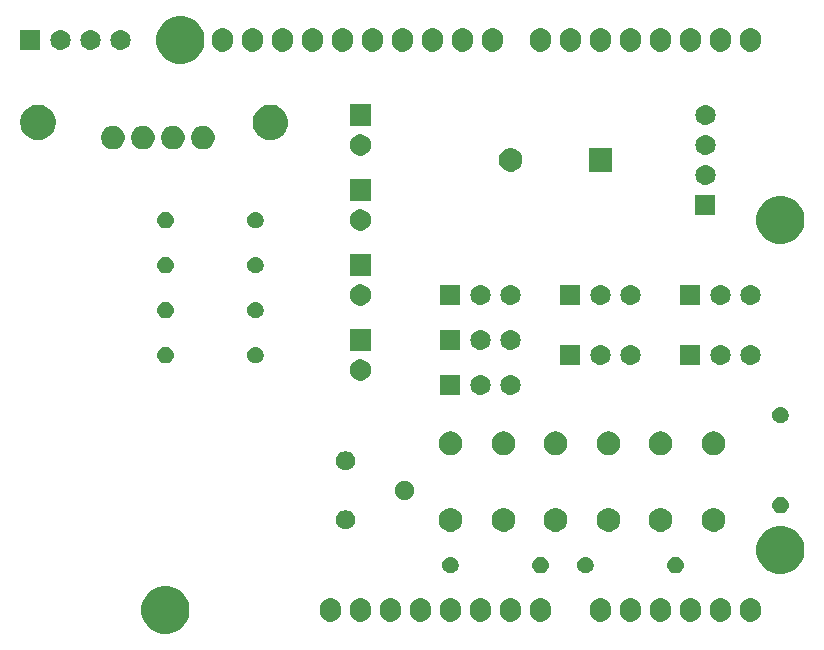
<source format=gbr>
G04 #@! TF.GenerationSoftware,KiCad,Pcbnew,5.0.2-bee76a0~70~ubuntu18.04.1*
G04 #@! TF.CreationDate,2019-09-13T20:40:02+02:00*
G04 #@! TF.ProjectId,BIOS_Shield_1.0_Migration,42494f53-5f53-4686-9965-6c645f312e30,rev?*
G04 #@! TF.SameCoordinates,Original*
G04 #@! TF.FileFunction,Soldermask,Top*
G04 #@! TF.FilePolarity,Negative*
%FSLAX46Y46*%
G04 Gerber Fmt 4.6, Leading zero omitted, Abs format (unit mm)*
G04 Created by KiCad (PCBNEW 5.0.2-bee76a0~70~ubuntu18.04.1) date vie 13 sep 2019 20:40:02 CEST*
%MOMM*%
%LPD*%
G01*
G04 APERTURE LIST*
%ADD10C,0.100000*%
G04 APERTURE END LIST*
D10*
G36*
X125560712Y-121871088D02*
X125930510Y-122024263D01*
X125930513Y-122024265D01*
X126263325Y-122246643D01*
X126546357Y-122529675D01*
X126730204Y-122804822D01*
X126768737Y-122862490D01*
X126921912Y-123232288D01*
X127000000Y-123624864D01*
X127000000Y-124025136D01*
X126921912Y-124417712D01*
X126768737Y-124787510D01*
X126768735Y-124787513D01*
X126546357Y-125120325D01*
X126263325Y-125403357D01*
X125930513Y-125625735D01*
X125930510Y-125625737D01*
X125560712Y-125778912D01*
X125168136Y-125857000D01*
X124767864Y-125857000D01*
X124375288Y-125778912D01*
X124005490Y-125625737D01*
X124005487Y-125625735D01*
X123672675Y-125403357D01*
X123389643Y-125120325D01*
X123167265Y-124787513D01*
X123167263Y-124787510D01*
X123014088Y-124417712D01*
X122936000Y-124025136D01*
X122936000Y-123624864D01*
X123014088Y-123232288D01*
X123167263Y-122862490D01*
X123205796Y-122804822D01*
X123389643Y-122529675D01*
X123672675Y-122246643D01*
X124005487Y-122024265D01*
X124005490Y-122024263D01*
X124375288Y-121871088D01*
X124767864Y-121793000D01*
X125168136Y-121793000D01*
X125560712Y-121871088D01*
X125560712Y-121871088D01*
G37*
G36*
X139107294Y-122821496D02*
X139227726Y-122858029D01*
X139270087Y-122870879D01*
X139420112Y-122951068D01*
X139551612Y-123058988D01*
X139659532Y-123190488D01*
X139739721Y-123340512D01*
X139752571Y-123382873D01*
X139789104Y-123503305D01*
X139789104Y-123503307D01*
X139801600Y-123630179D01*
X139801600Y-124019820D01*
X139801076Y-124025136D01*
X139789104Y-124146694D01*
X139752571Y-124267128D01*
X139739721Y-124309488D01*
X139659532Y-124459512D01*
X139551612Y-124591012D01*
X139420112Y-124698932D01*
X139270088Y-124779121D01*
X139242433Y-124787510D01*
X139107295Y-124828504D01*
X138994432Y-124839620D01*
X138938001Y-124845178D01*
X138938000Y-124845178D01*
X138768706Y-124828504D01*
X138633568Y-124787510D01*
X138605913Y-124779121D01*
X138455889Y-124698932D01*
X138365946Y-124625117D01*
X138324388Y-124591012D01*
X138216469Y-124459512D01*
X138194127Y-124417713D01*
X138136279Y-124309488D01*
X138123429Y-124267127D01*
X138086896Y-124146695D01*
X138078565Y-124062112D01*
X138074400Y-124019821D01*
X138074400Y-123630180D01*
X138086896Y-123503308D01*
X138086896Y-123503306D01*
X138136278Y-123340517D01*
X138136279Y-123340513D01*
X138216468Y-123190488D01*
X138324388Y-123058988D01*
X138455888Y-122951068D01*
X138605912Y-122870879D01*
X138648273Y-122858029D01*
X138768705Y-122821496D01*
X138881568Y-122810380D01*
X138937999Y-122804822D01*
X138938000Y-122804822D01*
X139107294Y-122821496D01*
X139107294Y-122821496D01*
G37*
G36*
X174667294Y-122821496D02*
X174787726Y-122858029D01*
X174830087Y-122870879D01*
X174980112Y-122951068D01*
X175111612Y-123058988D01*
X175219532Y-123190488D01*
X175299721Y-123340512D01*
X175312571Y-123382873D01*
X175349104Y-123503305D01*
X175349104Y-123503307D01*
X175361600Y-123630179D01*
X175361600Y-124019820D01*
X175361076Y-124025136D01*
X175349104Y-124146694D01*
X175312571Y-124267128D01*
X175299721Y-124309488D01*
X175219532Y-124459512D01*
X175111612Y-124591012D01*
X174980112Y-124698932D01*
X174830088Y-124779121D01*
X174802433Y-124787510D01*
X174667295Y-124828504D01*
X174554432Y-124839620D01*
X174498001Y-124845178D01*
X174498000Y-124845178D01*
X174328706Y-124828504D01*
X174193568Y-124787510D01*
X174165913Y-124779121D01*
X174015889Y-124698932D01*
X173925946Y-124625117D01*
X173884388Y-124591012D01*
X173776469Y-124459512D01*
X173754127Y-124417713D01*
X173696279Y-124309488D01*
X173683429Y-124267127D01*
X173646896Y-124146695D01*
X173638565Y-124062112D01*
X173634400Y-124019821D01*
X173634400Y-123630180D01*
X173646896Y-123503308D01*
X173646896Y-123503306D01*
X173696278Y-123340517D01*
X173696279Y-123340513D01*
X173776468Y-123190488D01*
X173884388Y-123058988D01*
X174015888Y-122951068D01*
X174165912Y-122870879D01*
X174208273Y-122858029D01*
X174328705Y-122821496D01*
X174441568Y-122810380D01*
X174497999Y-122804822D01*
X174498000Y-122804822D01*
X174667294Y-122821496D01*
X174667294Y-122821496D01*
G37*
G36*
X172127294Y-122821496D02*
X172247726Y-122858029D01*
X172290087Y-122870879D01*
X172440112Y-122951068D01*
X172571612Y-123058988D01*
X172679532Y-123190488D01*
X172759721Y-123340512D01*
X172772571Y-123382873D01*
X172809104Y-123503305D01*
X172809104Y-123503307D01*
X172821600Y-123630179D01*
X172821600Y-124019820D01*
X172821076Y-124025136D01*
X172809104Y-124146694D01*
X172772571Y-124267128D01*
X172759721Y-124309488D01*
X172679532Y-124459512D01*
X172571612Y-124591012D01*
X172440112Y-124698932D01*
X172290088Y-124779121D01*
X172262433Y-124787510D01*
X172127295Y-124828504D01*
X172014432Y-124839620D01*
X171958001Y-124845178D01*
X171958000Y-124845178D01*
X171788706Y-124828504D01*
X171653568Y-124787510D01*
X171625913Y-124779121D01*
X171475889Y-124698932D01*
X171385946Y-124625117D01*
X171344388Y-124591012D01*
X171236469Y-124459512D01*
X171214127Y-124417713D01*
X171156279Y-124309488D01*
X171143429Y-124267127D01*
X171106896Y-124146695D01*
X171098565Y-124062112D01*
X171094400Y-124019821D01*
X171094400Y-123630180D01*
X171106896Y-123503308D01*
X171106896Y-123503306D01*
X171156278Y-123340517D01*
X171156279Y-123340513D01*
X171236468Y-123190488D01*
X171344388Y-123058988D01*
X171475888Y-122951068D01*
X171625912Y-122870879D01*
X171668273Y-122858029D01*
X171788705Y-122821496D01*
X171901568Y-122810380D01*
X171957999Y-122804822D01*
X171958000Y-122804822D01*
X172127294Y-122821496D01*
X172127294Y-122821496D01*
G37*
G36*
X169587294Y-122821496D02*
X169707726Y-122858029D01*
X169750087Y-122870879D01*
X169900112Y-122951068D01*
X170031612Y-123058988D01*
X170139532Y-123190488D01*
X170219721Y-123340512D01*
X170232571Y-123382873D01*
X170269104Y-123503305D01*
X170269104Y-123503307D01*
X170281600Y-123630179D01*
X170281600Y-124019820D01*
X170281076Y-124025136D01*
X170269104Y-124146694D01*
X170232571Y-124267128D01*
X170219721Y-124309488D01*
X170139532Y-124459512D01*
X170031612Y-124591012D01*
X169900112Y-124698932D01*
X169750088Y-124779121D01*
X169722433Y-124787510D01*
X169587295Y-124828504D01*
X169474432Y-124839620D01*
X169418001Y-124845178D01*
X169418000Y-124845178D01*
X169248706Y-124828504D01*
X169113568Y-124787510D01*
X169085913Y-124779121D01*
X168935889Y-124698932D01*
X168845946Y-124625117D01*
X168804388Y-124591012D01*
X168696469Y-124459512D01*
X168674127Y-124417713D01*
X168616279Y-124309488D01*
X168603429Y-124267127D01*
X168566896Y-124146695D01*
X168558565Y-124062112D01*
X168554400Y-124019821D01*
X168554400Y-123630180D01*
X168566896Y-123503308D01*
X168566896Y-123503306D01*
X168616278Y-123340517D01*
X168616279Y-123340513D01*
X168696468Y-123190488D01*
X168804388Y-123058988D01*
X168935888Y-122951068D01*
X169085912Y-122870879D01*
X169128273Y-122858029D01*
X169248705Y-122821496D01*
X169361568Y-122810380D01*
X169417999Y-122804822D01*
X169418000Y-122804822D01*
X169587294Y-122821496D01*
X169587294Y-122821496D01*
G37*
G36*
X167047294Y-122821496D02*
X167167726Y-122858029D01*
X167210087Y-122870879D01*
X167360112Y-122951068D01*
X167491612Y-123058988D01*
X167599532Y-123190488D01*
X167679721Y-123340512D01*
X167692571Y-123382873D01*
X167729104Y-123503305D01*
X167729104Y-123503307D01*
X167741600Y-123630179D01*
X167741600Y-124019820D01*
X167741076Y-124025136D01*
X167729104Y-124146694D01*
X167692571Y-124267128D01*
X167679721Y-124309488D01*
X167599532Y-124459512D01*
X167491612Y-124591012D01*
X167360112Y-124698932D01*
X167210088Y-124779121D01*
X167182433Y-124787510D01*
X167047295Y-124828504D01*
X166934432Y-124839620D01*
X166878001Y-124845178D01*
X166878000Y-124845178D01*
X166708706Y-124828504D01*
X166573568Y-124787510D01*
X166545913Y-124779121D01*
X166395889Y-124698932D01*
X166305946Y-124625117D01*
X166264388Y-124591012D01*
X166156469Y-124459512D01*
X166134127Y-124417713D01*
X166076279Y-124309488D01*
X166063429Y-124267127D01*
X166026896Y-124146695D01*
X166018565Y-124062112D01*
X166014400Y-124019821D01*
X166014400Y-123630180D01*
X166026896Y-123503308D01*
X166026896Y-123503306D01*
X166076278Y-123340517D01*
X166076279Y-123340513D01*
X166156468Y-123190488D01*
X166264388Y-123058988D01*
X166395888Y-122951068D01*
X166545912Y-122870879D01*
X166588273Y-122858029D01*
X166708705Y-122821496D01*
X166821568Y-122810380D01*
X166877999Y-122804822D01*
X166878000Y-122804822D01*
X167047294Y-122821496D01*
X167047294Y-122821496D01*
G37*
G36*
X164507294Y-122821496D02*
X164627726Y-122858029D01*
X164670087Y-122870879D01*
X164820112Y-122951068D01*
X164951612Y-123058988D01*
X165059532Y-123190488D01*
X165139721Y-123340512D01*
X165152571Y-123382873D01*
X165189104Y-123503305D01*
X165189104Y-123503307D01*
X165201600Y-123630179D01*
X165201600Y-124019820D01*
X165201076Y-124025136D01*
X165189104Y-124146694D01*
X165152571Y-124267128D01*
X165139721Y-124309488D01*
X165059532Y-124459512D01*
X164951612Y-124591012D01*
X164820112Y-124698932D01*
X164670088Y-124779121D01*
X164642433Y-124787510D01*
X164507295Y-124828504D01*
X164394432Y-124839620D01*
X164338001Y-124845178D01*
X164338000Y-124845178D01*
X164168706Y-124828504D01*
X164033568Y-124787510D01*
X164005913Y-124779121D01*
X163855889Y-124698932D01*
X163765946Y-124625117D01*
X163724388Y-124591012D01*
X163616469Y-124459512D01*
X163594127Y-124417713D01*
X163536279Y-124309488D01*
X163523429Y-124267127D01*
X163486896Y-124146695D01*
X163478565Y-124062112D01*
X163474400Y-124019821D01*
X163474400Y-123630180D01*
X163486896Y-123503308D01*
X163486896Y-123503306D01*
X163536278Y-123340517D01*
X163536279Y-123340513D01*
X163616468Y-123190488D01*
X163724388Y-123058988D01*
X163855888Y-122951068D01*
X164005912Y-122870879D01*
X164048273Y-122858029D01*
X164168705Y-122821496D01*
X164281568Y-122810380D01*
X164337999Y-122804822D01*
X164338000Y-122804822D01*
X164507294Y-122821496D01*
X164507294Y-122821496D01*
G37*
G36*
X161967294Y-122821496D02*
X162087726Y-122858029D01*
X162130087Y-122870879D01*
X162280112Y-122951068D01*
X162411612Y-123058988D01*
X162519532Y-123190488D01*
X162599721Y-123340512D01*
X162612571Y-123382873D01*
X162649104Y-123503305D01*
X162649104Y-123503307D01*
X162661600Y-123630179D01*
X162661600Y-124019820D01*
X162661076Y-124025136D01*
X162649104Y-124146694D01*
X162612571Y-124267128D01*
X162599721Y-124309488D01*
X162519532Y-124459512D01*
X162411612Y-124591012D01*
X162280112Y-124698932D01*
X162130088Y-124779121D01*
X162102433Y-124787510D01*
X161967295Y-124828504D01*
X161854432Y-124839620D01*
X161798001Y-124845178D01*
X161798000Y-124845178D01*
X161628706Y-124828504D01*
X161493568Y-124787510D01*
X161465913Y-124779121D01*
X161315889Y-124698932D01*
X161225946Y-124625117D01*
X161184388Y-124591012D01*
X161076469Y-124459512D01*
X161054127Y-124417713D01*
X160996279Y-124309488D01*
X160983429Y-124267127D01*
X160946896Y-124146695D01*
X160938565Y-124062112D01*
X160934400Y-124019821D01*
X160934400Y-123630180D01*
X160946896Y-123503308D01*
X160946896Y-123503306D01*
X160996278Y-123340517D01*
X160996279Y-123340513D01*
X161076468Y-123190488D01*
X161184388Y-123058988D01*
X161315888Y-122951068D01*
X161465912Y-122870879D01*
X161508273Y-122858029D01*
X161628705Y-122821496D01*
X161741568Y-122810380D01*
X161797999Y-122804822D01*
X161798000Y-122804822D01*
X161967294Y-122821496D01*
X161967294Y-122821496D01*
G37*
G36*
X154347294Y-122821496D02*
X154467726Y-122858029D01*
X154510087Y-122870879D01*
X154660112Y-122951068D01*
X154791612Y-123058988D01*
X154899532Y-123190488D01*
X154979721Y-123340512D01*
X154992571Y-123382873D01*
X155029104Y-123503305D01*
X155029104Y-123503307D01*
X155041600Y-123630179D01*
X155041600Y-124019820D01*
X155041076Y-124025136D01*
X155029104Y-124146694D01*
X154992571Y-124267128D01*
X154979721Y-124309488D01*
X154899532Y-124459512D01*
X154791612Y-124591012D01*
X154660112Y-124698932D01*
X154510088Y-124779121D01*
X154482433Y-124787510D01*
X154347295Y-124828504D01*
X154234432Y-124839620D01*
X154178001Y-124845178D01*
X154178000Y-124845178D01*
X154008706Y-124828504D01*
X153873568Y-124787510D01*
X153845913Y-124779121D01*
X153695889Y-124698932D01*
X153605946Y-124625117D01*
X153564388Y-124591012D01*
X153456469Y-124459512D01*
X153434127Y-124417713D01*
X153376279Y-124309488D01*
X153363429Y-124267127D01*
X153326896Y-124146695D01*
X153318565Y-124062112D01*
X153314400Y-124019821D01*
X153314400Y-123630180D01*
X153326896Y-123503308D01*
X153326896Y-123503306D01*
X153376278Y-123340517D01*
X153376279Y-123340513D01*
X153456468Y-123190488D01*
X153564388Y-123058988D01*
X153695888Y-122951068D01*
X153845912Y-122870879D01*
X153888273Y-122858029D01*
X154008705Y-122821496D01*
X154121568Y-122810380D01*
X154177999Y-122804822D01*
X154178000Y-122804822D01*
X154347294Y-122821496D01*
X154347294Y-122821496D01*
G37*
G36*
X156887294Y-122821496D02*
X157007726Y-122858029D01*
X157050087Y-122870879D01*
X157200112Y-122951068D01*
X157331612Y-123058988D01*
X157439532Y-123190488D01*
X157519721Y-123340512D01*
X157532571Y-123382873D01*
X157569104Y-123503305D01*
X157569104Y-123503307D01*
X157581600Y-123630179D01*
X157581600Y-124019820D01*
X157581076Y-124025136D01*
X157569104Y-124146694D01*
X157532571Y-124267128D01*
X157519721Y-124309488D01*
X157439532Y-124459512D01*
X157331612Y-124591012D01*
X157200112Y-124698932D01*
X157050088Y-124779121D01*
X157022433Y-124787510D01*
X156887295Y-124828504D01*
X156774432Y-124839620D01*
X156718001Y-124845178D01*
X156718000Y-124845178D01*
X156548706Y-124828504D01*
X156413568Y-124787510D01*
X156385913Y-124779121D01*
X156235889Y-124698932D01*
X156145946Y-124625117D01*
X156104388Y-124591012D01*
X155996469Y-124459512D01*
X155974127Y-124417713D01*
X155916279Y-124309488D01*
X155903429Y-124267127D01*
X155866896Y-124146695D01*
X155858565Y-124062112D01*
X155854400Y-124019821D01*
X155854400Y-123630180D01*
X155866896Y-123503308D01*
X155866896Y-123503306D01*
X155916278Y-123340517D01*
X155916279Y-123340513D01*
X155996468Y-123190488D01*
X156104388Y-123058988D01*
X156235888Y-122951068D01*
X156385912Y-122870879D01*
X156428273Y-122858029D01*
X156548705Y-122821496D01*
X156661568Y-122810380D01*
X156717999Y-122804822D01*
X156718000Y-122804822D01*
X156887294Y-122821496D01*
X156887294Y-122821496D01*
G37*
G36*
X141647294Y-122821496D02*
X141767726Y-122858029D01*
X141810087Y-122870879D01*
X141960112Y-122951068D01*
X142091612Y-123058988D01*
X142199532Y-123190488D01*
X142279721Y-123340512D01*
X142292571Y-123382873D01*
X142329104Y-123503305D01*
X142329104Y-123503307D01*
X142341600Y-123630179D01*
X142341600Y-124019820D01*
X142341076Y-124025136D01*
X142329104Y-124146694D01*
X142292571Y-124267128D01*
X142279721Y-124309488D01*
X142199532Y-124459512D01*
X142091612Y-124591012D01*
X141960112Y-124698932D01*
X141810088Y-124779121D01*
X141782433Y-124787510D01*
X141647295Y-124828504D01*
X141534432Y-124839620D01*
X141478001Y-124845178D01*
X141478000Y-124845178D01*
X141308706Y-124828504D01*
X141173568Y-124787510D01*
X141145913Y-124779121D01*
X140995889Y-124698932D01*
X140905946Y-124625117D01*
X140864388Y-124591012D01*
X140756469Y-124459512D01*
X140734127Y-124417713D01*
X140676279Y-124309488D01*
X140663429Y-124267127D01*
X140626896Y-124146695D01*
X140618565Y-124062112D01*
X140614400Y-124019821D01*
X140614400Y-123630180D01*
X140626896Y-123503308D01*
X140626896Y-123503306D01*
X140676278Y-123340517D01*
X140676279Y-123340513D01*
X140756468Y-123190488D01*
X140864388Y-123058988D01*
X140995888Y-122951068D01*
X141145912Y-122870879D01*
X141188273Y-122858029D01*
X141308705Y-122821496D01*
X141421568Y-122810380D01*
X141477999Y-122804822D01*
X141478000Y-122804822D01*
X141647294Y-122821496D01*
X141647294Y-122821496D01*
G37*
G36*
X144187294Y-122821496D02*
X144307726Y-122858029D01*
X144350087Y-122870879D01*
X144500112Y-122951068D01*
X144631612Y-123058988D01*
X144739532Y-123190488D01*
X144819721Y-123340512D01*
X144832571Y-123382873D01*
X144869104Y-123503305D01*
X144869104Y-123503307D01*
X144881600Y-123630179D01*
X144881600Y-124019820D01*
X144881076Y-124025136D01*
X144869104Y-124146694D01*
X144832571Y-124267128D01*
X144819721Y-124309488D01*
X144739532Y-124459512D01*
X144631612Y-124591012D01*
X144500112Y-124698932D01*
X144350088Y-124779121D01*
X144322433Y-124787510D01*
X144187295Y-124828504D01*
X144074432Y-124839620D01*
X144018001Y-124845178D01*
X144018000Y-124845178D01*
X143848706Y-124828504D01*
X143713568Y-124787510D01*
X143685913Y-124779121D01*
X143535889Y-124698932D01*
X143445946Y-124625117D01*
X143404388Y-124591012D01*
X143296469Y-124459512D01*
X143274127Y-124417713D01*
X143216279Y-124309488D01*
X143203429Y-124267127D01*
X143166896Y-124146695D01*
X143158565Y-124062112D01*
X143154400Y-124019821D01*
X143154400Y-123630180D01*
X143166896Y-123503308D01*
X143166896Y-123503306D01*
X143216278Y-123340517D01*
X143216279Y-123340513D01*
X143296468Y-123190488D01*
X143404388Y-123058988D01*
X143535888Y-122951068D01*
X143685912Y-122870879D01*
X143728273Y-122858029D01*
X143848705Y-122821496D01*
X143961568Y-122810380D01*
X144017999Y-122804822D01*
X144018000Y-122804822D01*
X144187294Y-122821496D01*
X144187294Y-122821496D01*
G37*
G36*
X149267294Y-122821496D02*
X149387726Y-122858029D01*
X149430087Y-122870879D01*
X149580112Y-122951068D01*
X149711612Y-123058988D01*
X149819532Y-123190488D01*
X149899721Y-123340512D01*
X149912571Y-123382873D01*
X149949104Y-123503305D01*
X149949104Y-123503307D01*
X149961600Y-123630179D01*
X149961600Y-124019820D01*
X149961076Y-124025136D01*
X149949104Y-124146694D01*
X149912571Y-124267128D01*
X149899721Y-124309488D01*
X149819532Y-124459512D01*
X149711612Y-124591012D01*
X149580112Y-124698932D01*
X149430088Y-124779121D01*
X149402433Y-124787510D01*
X149267295Y-124828504D01*
X149154432Y-124839620D01*
X149098001Y-124845178D01*
X149098000Y-124845178D01*
X148928706Y-124828504D01*
X148793568Y-124787510D01*
X148765913Y-124779121D01*
X148615889Y-124698932D01*
X148525946Y-124625117D01*
X148484388Y-124591012D01*
X148376469Y-124459512D01*
X148354127Y-124417713D01*
X148296279Y-124309488D01*
X148283429Y-124267127D01*
X148246896Y-124146695D01*
X148238565Y-124062112D01*
X148234400Y-124019821D01*
X148234400Y-123630180D01*
X148246896Y-123503308D01*
X148246896Y-123503306D01*
X148296278Y-123340517D01*
X148296279Y-123340513D01*
X148376468Y-123190488D01*
X148484388Y-123058988D01*
X148615888Y-122951068D01*
X148765912Y-122870879D01*
X148808273Y-122858029D01*
X148928705Y-122821496D01*
X149041568Y-122810380D01*
X149097999Y-122804822D01*
X149098000Y-122804822D01*
X149267294Y-122821496D01*
X149267294Y-122821496D01*
G37*
G36*
X151807294Y-122821496D02*
X151927726Y-122858029D01*
X151970087Y-122870879D01*
X152120112Y-122951068D01*
X152251612Y-123058988D01*
X152359532Y-123190488D01*
X152439721Y-123340512D01*
X152452571Y-123382873D01*
X152489104Y-123503305D01*
X152489104Y-123503307D01*
X152501600Y-123630179D01*
X152501600Y-124019820D01*
X152501076Y-124025136D01*
X152489104Y-124146694D01*
X152452571Y-124267128D01*
X152439721Y-124309488D01*
X152359532Y-124459512D01*
X152251612Y-124591012D01*
X152120112Y-124698932D01*
X151970088Y-124779121D01*
X151942433Y-124787510D01*
X151807295Y-124828504D01*
X151694432Y-124839620D01*
X151638001Y-124845178D01*
X151638000Y-124845178D01*
X151468706Y-124828504D01*
X151333568Y-124787510D01*
X151305913Y-124779121D01*
X151155889Y-124698932D01*
X151065946Y-124625117D01*
X151024388Y-124591012D01*
X150916469Y-124459512D01*
X150894127Y-124417713D01*
X150836279Y-124309488D01*
X150823429Y-124267127D01*
X150786896Y-124146695D01*
X150778565Y-124062112D01*
X150774400Y-124019821D01*
X150774400Y-123630180D01*
X150786896Y-123503308D01*
X150786896Y-123503306D01*
X150836278Y-123340517D01*
X150836279Y-123340513D01*
X150916468Y-123190488D01*
X151024388Y-123058988D01*
X151155888Y-122951068D01*
X151305912Y-122870879D01*
X151348273Y-122858029D01*
X151468705Y-122821496D01*
X151581568Y-122810380D01*
X151637999Y-122804822D01*
X151638000Y-122804822D01*
X151807294Y-122821496D01*
X151807294Y-122821496D01*
G37*
G36*
X146727294Y-122821496D02*
X146847726Y-122858029D01*
X146890087Y-122870879D01*
X147040112Y-122951068D01*
X147171612Y-123058988D01*
X147279532Y-123190488D01*
X147359721Y-123340512D01*
X147372571Y-123382873D01*
X147409104Y-123503305D01*
X147409104Y-123503307D01*
X147421600Y-123630179D01*
X147421600Y-124019820D01*
X147421076Y-124025136D01*
X147409104Y-124146694D01*
X147372571Y-124267128D01*
X147359721Y-124309488D01*
X147279532Y-124459512D01*
X147171612Y-124591012D01*
X147040112Y-124698932D01*
X146890088Y-124779121D01*
X146862433Y-124787510D01*
X146727295Y-124828504D01*
X146614432Y-124839620D01*
X146558001Y-124845178D01*
X146558000Y-124845178D01*
X146388706Y-124828504D01*
X146253568Y-124787510D01*
X146225913Y-124779121D01*
X146075889Y-124698932D01*
X145985946Y-124625117D01*
X145944388Y-124591012D01*
X145836469Y-124459512D01*
X145814127Y-124417713D01*
X145756279Y-124309488D01*
X145743429Y-124267127D01*
X145706896Y-124146695D01*
X145698565Y-124062112D01*
X145694400Y-124019821D01*
X145694400Y-123630180D01*
X145706896Y-123503308D01*
X145706896Y-123503306D01*
X145756278Y-123340517D01*
X145756279Y-123340513D01*
X145836468Y-123190488D01*
X145944388Y-123058988D01*
X146075888Y-122951068D01*
X146225912Y-122870879D01*
X146268273Y-122858029D01*
X146388705Y-122821496D01*
X146501568Y-122810380D01*
X146557999Y-122804822D01*
X146558000Y-122804822D01*
X146727294Y-122821496D01*
X146727294Y-122821496D01*
G37*
G36*
X177630712Y-116791088D02*
X178000510Y-116944263D01*
X178000513Y-116944265D01*
X178333325Y-117166643D01*
X178616357Y-117449675D01*
X178838735Y-117782487D01*
X178838737Y-117782490D01*
X178991912Y-118152288D01*
X179070000Y-118544864D01*
X179070000Y-118945136D01*
X178991912Y-119337712D01*
X178838737Y-119707510D01*
X178838735Y-119707513D01*
X178616357Y-120040325D01*
X178333325Y-120323357D01*
X178050447Y-120512370D01*
X178000510Y-120545737D01*
X177630712Y-120698912D01*
X177238136Y-120777000D01*
X176837864Y-120777000D01*
X176445288Y-120698912D01*
X176075490Y-120545737D01*
X176025553Y-120512370D01*
X175742675Y-120323357D01*
X175459643Y-120040325D01*
X175237265Y-119707513D01*
X175237263Y-119707510D01*
X175084088Y-119337712D01*
X175006000Y-118945136D01*
X175006000Y-118544864D01*
X175084088Y-118152288D01*
X175237263Y-117782490D01*
X175237265Y-117782487D01*
X175459643Y-117449675D01*
X175742675Y-117166643D01*
X176075487Y-116944265D01*
X176075490Y-116944263D01*
X176445288Y-116791088D01*
X176837864Y-116713000D01*
X177238136Y-116713000D01*
X177630712Y-116791088D01*
X177630712Y-116791088D01*
G37*
G36*
X168285224Y-119325128D02*
X168417175Y-119365155D01*
X168538781Y-119430155D01*
X168645370Y-119517630D01*
X168732845Y-119624219D01*
X168797845Y-119745825D01*
X168837872Y-119877776D01*
X168851387Y-120015000D01*
X168837872Y-120152224D01*
X168797845Y-120284175D01*
X168732845Y-120405781D01*
X168645370Y-120512370D01*
X168538781Y-120599845D01*
X168417175Y-120664845D01*
X168285224Y-120704872D01*
X168182390Y-120715000D01*
X168113610Y-120715000D01*
X168010776Y-120704872D01*
X167878825Y-120664845D01*
X167757219Y-120599845D01*
X167650630Y-120512370D01*
X167563155Y-120405781D01*
X167498155Y-120284175D01*
X167458128Y-120152224D01*
X167444613Y-120015000D01*
X167458128Y-119877776D01*
X167498155Y-119745825D01*
X167563155Y-119624219D01*
X167650630Y-119517630D01*
X167757219Y-119430155D01*
X167878825Y-119365155D01*
X168010776Y-119325128D01*
X168113610Y-119315000D01*
X168182390Y-119315000D01*
X168285224Y-119325128D01*
X168285224Y-119325128D01*
G37*
G36*
X156855224Y-119325128D02*
X156987175Y-119365155D01*
X157108781Y-119430155D01*
X157215370Y-119517630D01*
X157302845Y-119624219D01*
X157367845Y-119745825D01*
X157407872Y-119877776D01*
X157421387Y-120015000D01*
X157407872Y-120152224D01*
X157367845Y-120284175D01*
X157302845Y-120405781D01*
X157215370Y-120512370D01*
X157108781Y-120599845D01*
X156987175Y-120664845D01*
X156855224Y-120704872D01*
X156752390Y-120715000D01*
X156683610Y-120715000D01*
X156580776Y-120704872D01*
X156448825Y-120664845D01*
X156327219Y-120599845D01*
X156220630Y-120512370D01*
X156133155Y-120405781D01*
X156068155Y-120284175D01*
X156028128Y-120152224D01*
X156014613Y-120015000D01*
X156028128Y-119877776D01*
X156068155Y-119745825D01*
X156133155Y-119624219D01*
X156220630Y-119517630D01*
X156327219Y-119430155D01*
X156448825Y-119365155D01*
X156580776Y-119325128D01*
X156683610Y-119315000D01*
X156752390Y-119315000D01*
X156855224Y-119325128D01*
X156855224Y-119325128D01*
G37*
G36*
X149302183Y-119341900D02*
X149429574Y-119394668D01*
X149482685Y-119430155D01*
X149544225Y-119471275D01*
X149641725Y-119568775D01*
X149718332Y-119683426D01*
X149771100Y-119810817D01*
X149798000Y-119946055D01*
X149798000Y-120083945D01*
X149771100Y-120219183D01*
X149727950Y-120323354D01*
X149718332Y-120346574D01*
X149641726Y-120461224D01*
X149544224Y-120558726D01*
X149429574Y-120635332D01*
X149302183Y-120688100D01*
X149166945Y-120715000D01*
X149029055Y-120715000D01*
X148893817Y-120688100D01*
X148766426Y-120635332D01*
X148651776Y-120558726D01*
X148554274Y-120461224D01*
X148477668Y-120346574D01*
X148468050Y-120323354D01*
X148424900Y-120219183D01*
X148398000Y-120083945D01*
X148398000Y-119946055D01*
X148424900Y-119810817D01*
X148477668Y-119683426D01*
X148554275Y-119568775D01*
X148651775Y-119471275D01*
X148713316Y-119430155D01*
X148766426Y-119394668D01*
X148893817Y-119341900D01*
X149029055Y-119315000D01*
X149166945Y-119315000D01*
X149302183Y-119341900D01*
X149302183Y-119341900D01*
G37*
G36*
X160732183Y-119341900D02*
X160859574Y-119394668D01*
X160912685Y-119430155D01*
X160974225Y-119471275D01*
X161071725Y-119568775D01*
X161148332Y-119683426D01*
X161201100Y-119810817D01*
X161228000Y-119946055D01*
X161228000Y-120083945D01*
X161201100Y-120219183D01*
X161157950Y-120323354D01*
X161148332Y-120346574D01*
X161071726Y-120461224D01*
X160974224Y-120558726D01*
X160859574Y-120635332D01*
X160732183Y-120688100D01*
X160596945Y-120715000D01*
X160459055Y-120715000D01*
X160323817Y-120688100D01*
X160196426Y-120635332D01*
X160081776Y-120558726D01*
X159984274Y-120461224D01*
X159907668Y-120346574D01*
X159898050Y-120323354D01*
X159854900Y-120219183D01*
X159828000Y-120083945D01*
X159828000Y-119946055D01*
X159854900Y-119810817D01*
X159907668Y-119683426D01*
X159984275Y-119568775D01*
X160081775Y-119471275D01*
X160143316Y-119430155D01*
X160196426Y-119394668D01*
X160323817Y-119341900D01*
X160459055Y-119315000D01*
X160596945Y-119315000D01*
X160732183Y-119341900D01*
X160732183Y-119341900D01*
G37*
G36*
X149273770Y-115220372D02*
X149389689Y-115243429D01*
X149571678Y-115318811D01*
X149735463Y-115428249D01*
X149874751Y-115567537D01*
X149984189Y-115731322D01*
X150059571Y-115913311D01*
X150098000Y-116106509D01*
X150098000Y-116303491D01*
X150059571Y-116496689D01*
X149984189Y-116678678D01*
X149874751Y-116842463D01*
X149735463Y-116981751D01*
X149571678Y-117091189D01*
X149389689Y-117166571D01*
X149273770Y-117189628D01*
X149196493Y-117205000D01*
X148999507Y-117205000D01*
X148922230Y-117189628D01*
X148806311Y-117166571D01*
X148624322Y-117091189D01*
X148460537Y-116981751D01*
X148321249Y-116842463D01*
X148211811Y-116678678D01*
X148136429Y-116496689D01*
X148098000Y-116303491D01*
X148098000Y-116106509D01*
X148136429Y-115913311D01*
X148211811Y-115731322D01*
X148321249Y-115567537D01*
X148460537Y-115428249D01*
X148624322Y-115318811D01*
X148806311Y-115243429D01*
X148922230Y-115220372D01*
X148999507Y-115205000D01*
X149196493Y-115205000D01*
X149273770Y-115220372D01*
X149273770Y-115220372D01*
G37*
G36*
X167053770Y-115220372D02*
X167169689Y-115243429D01*
X167351678Y-115318811D01*
X167515463Y-115428249D01*
X167654751Y-115567537D01*
X167764189Y-115731322D01*
X167839571Y-115913311D01*
X167878000Y-116106509D01*
X167878000Y-116303491D01*
X167839571Y-116496689D01*
X167764189Y-116678678D01*
X167654751Y-116842463D01*
X167515463Y-116981751D01*
X167351678Y-117091189D01*
X167169689Y-117166571D01*
X167053770Y-117189628D01*
X166976493Y-117205000D01*
X166779507Y-117205000D01*
X166702230Y-117189628D01*
X166586311Y-117166571D01*
X166404322Y-117091189D01*
X166240537Y-116981751D01*
X166101249Y-116842463D01*
X165991811Y-116678678D01*
X165916429Y-116496689D01*
X165878000Y-116303491D01*
X165878000Y-116106509D01*
X165916429Y-115913311D01*
X165991811Y-115731322D01*
X166101249Y-115567537D01*
X166240537Y-115428249D01*
X166404322Y-115318811D01*
X166586311Y-115243429D01*
X166702230Y-115220372D01*
X166779507Y-115205000D01*
X166976493Y-115205000D01*
X167053770Y-115220372D01*
X167053770Y-115220372D01*
G37*
G36*
X162663770Y-115220372D02*
X162779689Y-115243429D01*
X162961678Y-115318811D01*
X163125463Y-115428249D01*
X163264751Y-115567537D01*
X163374189Y-115731322D01*
X163449571Y-115913311D01*
X163488000Y-116106509D01*
X163488000Y-116303491D01*
X163449571Y-116496689D01*
X163374189Y-116678678D01*
X163264751Y-116842463D01*
X163125463Y-116981751D01*
X162961678Y-117091189D01*
X162779689Y-117166571D01*
X162663770Y-117189628D01*
X162586493Y-117205000D01*
X162389507Y-117205000D01*
X162312230Y-117189628D01*
X162196311Y-117166571D01*
X162014322Y-117091189D01*
X161850537Y-116981751D01*
X161711249Y-116842463D01*
X161601811Y-116678678D01*
X161526429Y-116496689D01*
X161488000Y-116303491D01*
X161488000Y-116106509D01*
X161526429Y-115913311D01*
X161601811Y-115731322D01*
X161711249Y-115567537D01*
X161850537Y-115428249D01*
X162014322Y-115318811D01*
X162196311Y-115243429D01*
X162312230Y-115220372D01*
X162389507Y-115205000D01*
X162586493Y-115205000D01*
X162663770Y-115220372D01*
X162663770Y-115220372D01*
G37*
G36*
X158163770Y-115220372D02*
X158279689Y-115243429D01*
X158461678Y-115318811D01*
X158625463Y-115428249D01*
X158764751Y-115567537D01*
X158874189Y-115731322D01*
X158949571Y-115913311D01*
X158988000Y-116106509D01*
X158988000Y-116303491D01*
X158949571Y-116496689D01*
X158874189Y-116678678D01*
X158764751Y-116842463D01*
X158625463Y-116981751D01*
X158461678Y-117091189D01*
X158279689Y-117166571D01*
X158163770Y-117189628D01*
X158086493Y-117205000D01*
X157889507Y-117205000D01*
X157812230Y-117189628D01*
X157696311Y-117166571D01*
X157514322Y-117091189D01*
X157350537Y-116981751D01*
X157211249Y-116842463D01*
X157101811Y-116678678D01*
X157026429Y-116496689D01*
X156988000Y-116303491D01*
X156988000Y-116106509D01*
X157026429Y-115913311D01*
X157101811Y-115731322D01*
X157211249Y-115567537D01*
X157350537Y-115428249D01*
X157514322Y-115318811D01*
X157696311Y-115243429D01*
X157812230Y-115220372D01*
X157889507Y-115205000D01*
X158086493Y-115205000D01*
X158163770Y-115220372D01*
X158163770Y-115220372D01*
G37*
G36*
X153773770Y-115220372D02*
X153889689Y-115243429D01*
X154071678Y-115318811D01*
X154235463Y-115428249D01*
X154374751Y-115567537D01*
X154484189Y-115731322D01*
X154559571Y-115913311D01*
X154598000Y-116106509D01*
X154598000Y-116303491D01*
X154559571Y-116496689D01*
X154484189Y-116678678D01*
X154374751Y-116842463D01*
X154235463Y-116981751D01*
X154071678Y-117091189D01*
X153889689Y-117166571D01*
X153773770Y-117189628D01*
X153696493Y-117205000D01*
X153499507Y-117205000D01*
X153422230Y-117189628D01*
X153306311Y-117166571D01*
X153124322Y-117091189D01*
X152960537Y-116981751D01*
X152821249Y-116842463D01*
X152711811Y-116678678D01*
X152636429Y-116496689D01*
X152598000Y-116303491D01*
X152598000Y-116106509D01*
X152636429Y-115913311D01*
X152711811Y-115731322D01*
X152821249Y-115567537D01*
X152960537Y-115428249D01*
X153124322Y-115318811D01*
X153306311Y-115243429D01*
X153422230Y-115220372D01*
X153499507Y-115205000D01*
X153696493Y-115205000D01*
X153773770Y-115220372D01*
X153773770Y-115220372D01*
G37*
G36*
X171553770Y-115220372D02*
X171669689Y-115243429D01*
X171851678Y-115318811D01*
X172015463Y-115428249D01*
X172154751Y-115567537D01*
X172264189Y-115731322D01*
X172339571Y-115913311D01*
X172378000Y-116106509D01*
X172378000Y-116303491D01*
X172339571Y-116496689D01*
X172264189Y-116678678D01*
X172154751Y-116842463D01*
X172015463Y-116981751D01*
X171851678Y-117091189D01*
X171669689Y-117166571D01*
X171553770Y-117189628D01*
X171476493Y-117205000D01*
X171279507Y-117205000D01*
X171202230Y-117189628D01*
X171086311Y-117166571D01*
X170904322Y-117091189D01*
X170740537Y-116981751D01*
X170601249Y-116842463D01*
X170491811Y-116678678D01*
X170416429Y-116496689D01*
X170378000Y-116303491D01*
X170378000Y-116106509D01*
X170416429Y-115913311D01*
X170491811Y-115731322D01*
X170601249Y-115567537D01*
X170740537Y-115428249D01*
X170904322Y-115318811D01*
X171086311Y-115243429D01*
X171202230Y-115220372D01*
X171279507Y-115205000D01*
X171476493Y-115205000D01*
X171553770Y-115220372D01*
X171553770Y-115220372D01*
G37*
G36*
X140444268Y-115426128D02*
X140591679Y-115487187D01*
X140724348Y-115575834D01*
X140837166Y-115688652D01*
X140925813Y-115821321D01*
X140986872Y-115968732D01*
X141018000Y-116125222D01*
X141018000Y-116284778D01*
X140986872Y-116441268D01*
X140925813Y-116588679D01*
X140837166Y-116721348D01*
X140724348Y-116834166D01*
X140591679Y-116922813D01*
X140449398Y-116981747D01*
X140444268Y-116983872D01*
X140287778Y-117015000D01*
X140128222Y-117015000D01*
X139971732Y-116983872D01*
X139966602Y-116981747D01*
X139824321Y-116922813D01*
X139691652Y-116834166D01*
X139578834Y-116721348D01*
X139490187Y-116588679D01*
X139429128Y-116441268D01*
X139398000Y-116284778D01*
X139398000Y-116125222D01*
X139429128Y-115968732D01*
X139490187Y-115821321D01*
X139578834Y-115688652D01*
X139691652Y-115575834D01*
X139824321Y-115487187D01*
X139971732Y-115426128D01*
X140128222Y-115395000D01*
X140287778Y-115395000D01*
X140444268Y-115426128D01*
X140444268Y-115426128D01*
G37*
G36*
X177175224Y-114245128D02*
X177307175Y-114285155D01*
X177428781Y-114350155D01*
X177535370Y-114437630D01*
X177622845Y-114544219D01*
X177687845Y-114665825D01*
X177727872Y-114797776D01*
X177741387Y-114935000D01*
X177727872Y-115072224D01*
X177687845Y-115204175D01*
X177622845Y-115325781D01*
X177535370Y-115432370D01*
X177428781Y-115519845D01*
X177307175Y-115584845D01*
X177175224Y-115624872D01*
X177072390Y-115635000D01*
X177003610Y-115635000D01*
X176900776Y-115624872D01*
X176768825Y-115584845D01*
X176647219Y-115519845D01*
X176540630Y-115432370D01*
X176453155Y-115325781D01*
X176388155Y-115204175D01*
X176348128Y-115072224D01*
X176334613Y-114935000D01*
X176348128Y-114797776D01*
X176388155Y-114665825D01*
X176453155Y-114544219D01*
X176540630Y-114437630D01*
X176647219Y-114350155D01*
X176768825Y-114285155D01*
X176900776Y-114245128D01*
X177003610Y-114235000D01*
X177072390Y-114235000D01*
X177175224Y-114245128D01*
X177175224Y-114245128D01*
G37*
G36*
X145444268Y-112926128D02*
X145591679Y-112987187D01*
X145724348Y-113075834D01*
X145837166Y-113188652D01*
X145925813Y-113321321D01*
X145986872Y-113468732D01*
X146018000Y-113625222D01*
X146018000Y-113784778D01*
X145986872Y-113941268D01*
X145925813Y-114088679D01*
X145837166Y-114221348D01*
X145724348Y-114334166D01*
X145591679Y-114422813D01*
X145444268Y-114483872D01*
X145287778Y-114515000D01*
X145128222Y-114515000D01*
X144971732Y-114483872D01*
X144824321Y-114422813D01*
X144691652Y-114334166D01*
X144578834Y-114221348D01*
X144490187Y-114088679D01*
X144429128Y-113941268D01*
X144398000Y-113784778D01*
X144398000Y-113625222D01*
X144429128Y-113468732D01*
X144490187Y-113321321D01*
X144578834Y-113188652D01*
X144691652Y-113075834D01*
X144824321Y-112987187D01*
X144971732Y-112926128D01*
X145128222Y-112895000D01*
X145287778Y-112895000D01*
X145444268Y-112926128D01*
X145444268Y-112926128D01*
G37*
G36*
X140444268Y-110426128D02*
X140591679Y-110487187D01*
X140724348Y-110575834D01*
X140837166Y-110688652D01*
X140925813Y-110821321D01*
X140986872Y-110968732D01*
X141018000Y-111125222D01*
X141018000Y-111284778D01*
X140986872Y-111441268D01*
X140925813Y-111588679D01*
X140837166Y-111721348D01*
X140724348Y-111834166D01*
X140591679Y-111922813D01*
X140444268Y-111983872D01*
X140287778Y-112015000D01*
X140128222Y-112015000D01*
X139971732Y-111983872D01*
X139824321Y-111922813D01*
X139691652Y-111834166D01*
X139578834Y-111721348D01*
X139490187Y-111588679D01*
X139429128Y-111441268D01*
X139398000Y-111284778D01*
X139398000Y-111125222D01*
X139429128Y-110968732D01*
X139490187Y-110821321D01*
X139578834Y-110688652D01*
X139691652Y-110575834D01*
X139824321Y-110487187D01*
X139971732Y-110426128D01*
X140128222Y-110395000D01*
X140287778Y-110395000D01*
X140444268Y-110426128D01*
X140444268Y-110426128D01*
G37*
G36*
X167053770Y-108720372D02*
X167169689Y-108743429D01*
X167351678Y-108818811D01*
X167515463Y-108928249D01*
X167654751Y-109067537D01*
X167764189Y-109231322D01*
X167839571Y-109413311D01*
X167878000Y-109606509D01*
X167878000Y-109803491D01*
X167839571Y-109996689D01*
X167764189Y-110178678D01*
X167654751Y-110342463D01*
X167515463Y-110481751D01*
X167351678Y-110591189D01*
X167169689Y-110666571D01*
X167058679Y-110688652D01*
X166976493Y-110705000D01*
X166779507Y-110705000D01*
X166697321Y-110688652D01*
X166586311Y-110666571D01*
X166404322Y-110591189D01*
X166240537Y-110481751D01*
X166101249Y-110342463D01*
X165991811Y-110178678D01*
X165916429Y-109996689D01*
X165878000Y-109803491D01*
X165878000Y-109606509D01*
X165916429Y-109413311D01*
X165991811Y-109231322D01*
X166101249Y-109067537D01*
X166240537Y-108928249D01*
X166404322Y-108818811D01*
X166586311Y-108743429D01*
X166702230Y-108720372D01*
X166779507Y-108705000D01*
X166976493Y-108705000D01*
X167053770Y-108720372D01*
X167053770Y-108720372D01*
G37*
G36*
X171553770Y-108720372D02*
X171669689Y-108743429D01*
X171851678Y-108818811D01*
X172015463Y-108928249D01*
X172154751Y-109067537D01*
X172264189Y-109231322D01*
X172339571Y-109413311D01*
X172378000Y-109606509D01*
X172378000Y-109803491D01*
X172339571Y-109996689D01*
X172264189Y-110178678D01*
X172154751Y-110342463D01*
X172015463Y-110481751D01*
X171851678Y-110591189D01*
X171669689Y-110666571D01*
X171558679Y-110688652D01*
X171476493Y-110705000D01*
X171279507Y-110705000D01*
X171197321Y-110688652D01*
X171086311Y-110666571D01*
X170904322Y-110591189D01*
X170740537Y-110481751D01*
X170601249Y-110342463D01*
X170491811Y-110178678D01*
X170416429Y-109996689D01*
X170378000Y-109803491D01*
X170378000Y-109606509D01*
X170416429Y-109413311D01*
X170491811Y-109231322D01*
X170601249Y-109067537D01*
X170740537Y-108928249D01*
X170904322Y-108818811D01*
X171086311Y-108743429D01*
X171202230Y-108720372D01*
X171279507Y-108705000D01*
X171476493Y-108705000D01*
X171553770Y-108720372D01*
X171553770Y-108720372D01*
G37*
G36*
X158163770Y-108720372D02*
X158279689Y-108743429D01*
X158461678Y-108818811D01*
X158625463Y-108928249D01*
X158764751Y-109067537D01*
X158874189Y-109231322D01*
X158949571Y-109413311D01*
X158988000Y-109606509D01*
X158988000Y-109803491D01*
X158949571Y-109996689D01*
X158874189Y-110178678D01*
X158764751Y-110342463D01*
X158625463Y-110481751D01*
X158461678Y-110591189D01*
X158279689Y-110666571D01*
X158168679Y-110688652D01*
X158086493Y-110705000D01*
X157889507Y-110705000D01*
X157807321Y-110688652D01*
X157696311Y-110666571D01*
X157514322Y-110591189D01*
X157350537Y-110481751D01*
X157211249Y-110342463D01*
X157101811Y-110178678D01*
X157026429Y-109996689D01*
X156988000Y-109803491D01*
X156988000Y-109606509D01*
X157026429Y-109413311D01*
X157101811Y-109231322D01*
X157211249Y-109067537D01*
X157350537Y-108928249D01*
X157514322Y-108818811D01*
X157696311Y-108743429D01*
X157812230Y-108720372D01*
X157889507Y-108705000D01*
X158086493Y-108705000D01*
X158163770Y-108720372D01*
X158163770Y-108720372D01*
G37*
G36*
X149273770Y-108720372D02*
X149389689Y-108743429D01*
X149571678Y-108818811D01*
X149735463Y-108928249D01*
X149874751Y-109067537D01*
X149984189Y-109231322D01*
X150059571Y-109413311D01*
X150098000Y-109606509D01*
X150098000Y-109803491D01*
X150059571Y-109996689D01*
X149984189Y-110178678D01*
X149874751Y-110342463D01*
X149735463Y-110481751D01*
X149571678Y-110591189D01*
X149389689Y-110666571D01*
X149278679Y-110688652D01*
X149196493Y-110705000D01*
X148999507Y-110705000D01*
X148917321Y-110688652D01*
X148806311Y-110666571D01*
X148624322Y-110591189D01*
X148460537Y-110481751D01*
X148321249Y-110342463D01*
X148211811Y-110178678D01*
X148136429Y-109996689D01*
X148098000Y-109803491D01*
X148098000Y-109606509D01*
X148136429Y-109413311D01*
X148211811Y-109231322D01*
X148321249Y-109067537D01*
X148460537Y-108928249D01*
X148624322Y-108818811D01*
X148806311Y-108743429D01*
X148922230Y-108720372D01*
X148999507Y-108705000D01*
X149196493Y-108705000D01*
X149273770Y-108720372D01*
X149273770Y-108720372D01*
G37*
G36*
X153773770Y-108720372D02*
X153889689Y-108743429D01*
X154071678Y-108818811D01*
X154235463Y-108928249D01*
X154374751Y-109067537D01*
X154484189Y-109231322D01*
X154559571Y-109413311D01*
X154598000Y-109606509D01*
X154598000Y-109803491D01*
X154559571Y-109996689D01*
X154484189Y-110178678D01*
X154374751Y-110342463D01*
X154235463Y-110481751D01*
X154071678Y-110591189D01*
X153889689Y-110666571D01*
X153778679Y-110688652D01*
X153696493Y-110705000D01*
X153499507Y-110705000D01*
X153417321Y-110688652D01*
X153306311Y-110666571D01*
X153124322Y-110591189D01*
X152960537Y-110481751D01*
X152821249Y-110342463D01*
X152711811Y-110178678D01*
X152636429Y-109996689D01*
X152598000Y-109803491D01*
X152598000Y-109606509D01*
X152636429Y-109413311D01*
X152711811Y-109231322D01*
X152821249Y-109067537D01*
X152960537Y-108928249D01*
X153124322Y-108818811D01*
X153306311Y-108743429D01*
X153422230Y-108720372D01*
X153499507Y-108705000D01*
X153696493Y-108705000D01*
X153773770Y-108720372D01*
X153773770Y-108720372D01*
G37*
G36*
X162663770Y-108720372D02*
X162779689Y-108743429D01*
X162961678Y-108818811D01*
X163125463Y-108928249D01*
X163264751Y-109067537D01*
X163374189Y-109231322D01*
X163449571Y-109413311D01*
X163488000Y-109606509D01*
X163488000Y-109803491D01*
X163449571Y-109996689D01*
X163374189Y-110178678D01*
X163264751Y-110342463D01*
X163125463Y-110481751D01*
X162961678Y-110591189D01*
X162779689Y-110666571D01*
X162668679Y-110688652D01*
X162586493Y-110705000D01*
X162389507Y-110705000D01*
X162307321Y-110688652D01*
X162196311Y-110666571D01*
X162014322Y-110591189D01*
X161850537Y-110481751D01*
X161711249Y-110342463D01*
X161601811Y-110178678D01*
X161526429Y-109996689D01*
X161488000Y-109803491D01*
X161488000Y-109606509D01*
X161526429Y-109413311D01*
X161601811Y-109231322D01*
X161711249Y-109067537D01*
X161850537Y-108928249D01*
X162014322Y-108818811D01*
X162196311Y-108743429D01*
X162312230Y-108720372D01*
X162389507Y-108705000D01*
X162586493Y-108705000D01*
X162663770Y-108720372D01*
X162663770Y-108720372D01*
G37*
G36*
X177242183Y-106641900D02*
X177369574Y-106694668D01*
X177484225Y-106771275D01*
X177581725Y-106868775D01*
X177658332Y-106983426D01*
X177711100Y-107110817D01*
X177738000Y-107246055D01*
X177738000Y-107383945D01*
X177711100Y-107519183D01*
X177658332Y-107646574D01*
X177581725Y-107761225D01*
X177484225Y-107858725D01*
X177369574Y-107935332D01*
X177242183Y-107988100D01*
X177106945Y-108015000D01*
X176969055Y-108015000D01*
X176833817Y-107988100D01*
X176706426Y-107935332D01*
X176591775Y-107858725D01*
X176494275Y-107761225D01*
X176417668Y-107646574D01*
X176364900Y-107519183D01*
X176338000Y-107383945D01*
X176338000Y-107246055D01*
X176364900Y-107110817D01*
X176417668Y-106983426D01*
X176494275Y-106868775D01*
X176591775Y-106771275D01*
X176706426Y-106694668D01*
X176833817Y-106641900D01*
X176969055Y-106615000D01*
X177106945Y-106615000D01*
X177242183Y-106641900D01*
X177242183Y-106641900D01*
G37*
G36*
X151804630Y-103937299D02*
X151964855Y-103985903D01*
X152112520Y-104064831D01*
X152241949Y-104171051D01*
X152348169Y-104300480D01*
X152427097Y-104448145D01*
X152475701Y-104608370D01*
X152492112Y-104775000D01*
X152475701Y-104941630D01*
X152427097Y-105101855D01*
X152348169Y-105249520D01*
X152241949Y-105378949D01*
X152112520Y-105485169D01*
X151964855Y-105564097D01*
X151804630Y-105612701D01*
X151679752Y-105625000D01*
X151596248Y-105625000D01*
X151471370Y-105612701D01*
X151311145Y-105564097D01*
X151163480Y-105485169D01*
X151034051Y-105378949D01*
X150927831Y-105249520D01*
X150848903Y-105101855D01*
X150800299Y-104941630D01*
X150783888Y-104775000D01*
X150800299Y-104608370D01*
X150848903Y-104448145D01*
X150927831Y-104300480D01*
X151034051Y-104171051D01*
X151163480Y-104064831D01*
X151311145Y-103985903D01*
X151471370Y-103937299D01*
X151596248Y-103925000D01*
X151679752Y-103925000D01*
X151804630Y-103937299D01*
X151804630Y-103937299D01*
G37*
G36*
X154344630Y-103937299D02*
X154504855Y-103985903D01*
X154652520Y-104064831D01*
X154781949Y-104171051D01*
X154888169Y-104300480D01*
X154967097Y-104448145D01*
X155015701Y-104608370D01*
X155032112Y-104775000D01*
X155015701Y-104941630D01*
X154967097Y-105101855D01*
X154888169Y-105249520D01*
X154781949Y-105378949D01*
X154652520Y-105485169D01*
X154504855Y-105564097D01*
X154344630Y-105612701D01*
X154219752Y-105625000D01*
X154136248Y-105625000D01*
X154011370Y-105612701D01*
X153851145Y-105564097D01*
X153703480Y-105485169D01*
X153574051Y-105378949D01*
X153467831Y-105249520D01*
X153388903Y-105101855D01*
X153340299Y-104941630D01*
X153323888Y-104775000D01*
X153340299Y-104608370D01*
X153388903Y-104448145D01*
X153467831Y-104300480D01*
X153574051Y-104171051D01*
X153703480Y-104064831D01*
X153851145Y-103985903D01*
X154011370Y-103937299D01*
X154136248Y-103925000D01*
X154219752Y-103925000D01*
X154344630Y-103937299D01*
X154344630Y-103937299D01*
G37*
G36*
X149948000Y-105625000D02*
X148248000Y-105625000D01*
X148248000Y-103925000D01*
X149948000Y-103925000D01*
X149948000Y-105625000D01*
X149948000Y-105625000D01*
G37*
G36*
X141740521Y-102639586D02*
X141904309Y-102707429D01*
X142051720Y-102805926D01*
X142177074Y-102931280D01*
X142275571Y-103078691D01*
X142343414Y-103242479D01*
X142378000Y-103416356D01*
X142378000Y-103593644D01*
X142343414Y-103767521D01*
X142275571Y-103931309D01*
X142177074Y-104078720D01*
X142051720Y-104204074D01*
X141904309Y-104302571D01*
X141740521Y-104370414D01*
X141566644Y-104405000D01*
X141389356Y-104405000D01*
X141215479Y-104370414D01*
X141051691Y-104302571D01*
X140904280Y-104204074D01*
X140778926Y-104078720D01*
X140680429Y-103931309D01*
X140612586Y-103767521D01*
X140578000Y-103593644D01*
X140578000Y-103416356D01*
X140612586Y-103242479D01*
X140680429Y-103078691D01*
X140778926Y-102931280D01*
X140904280Y-102805926D01*
X141051691Y-102707429D01*
X141215479Y-102639586D01*
X141389356Y-102605000D01*
X141566644Y-102605000D01*
X141740521Y-102639586D01*
X141740521Y-102639586D01*
G37*
G36*
X170268000Y-103085000D02*
X168568000Y-103085000D01*
X168568000Y-101385000D01*
X170268000Y-101385000D01*
X170268000Y-103085000D01*
X170268000Y-103085000D01*
G37*
G36*
X174664630Y-101397299D02*
X174824855Y-101445903D01*
X174972520Y-101524831D01*
X175101949Y-101631051D01*
X175208169Y-101760480D01*
X175287097Y-101908145D01*
X175335701Y-102068370D01*
X175352112Y-102235000D01*
X175335701Y-102401630D01*
X175287097Y-102561855D01*
X175208169Y-102709520D01*
X175101949Y-102838949D01*
X174972520Y-102945169D01*
X174824855Y-103024097D01*
X174664630Y-103072701D01*
X174539752Y-103085000D01*
X174456248Y-103085000D01*
X174331370Y-103072701D01*
X174171145Y-103024097D01*
X174023480Y-102945169D01*
X173894051Y-102838949D01*
X173787831Y-102709520D01*
X173708903Y-102561855D01*
X173660299Y-102401630D01*
X173643888Y-102235000D01*
X173660299Y-102068370D01*
X173708903Y-101908145D01*
X173787831Y-101760480D01*
X173894051Y-101631051D01*
X174023480Y-101524831D01*
X174171145Y-101445903D01*
X174331370Y-101397299D01*
X174456248Y-101385000D01*
X174539752Y-101385000D01*
X174664630Y-101397299D01*
X174664630Y-101397299D01*
G37*
G36*
X172124630Y-101397299D02*
X172284855Y-101445903D01*
X172432520Y-101524831D01*
X172561949Y-101631051D01*
X172668169Y-101760480D01*
X172747097Y-101908145D01*
X172795701Y-102068370D01*
X172812112Y-102235000D01*
X172795701Y-102401630D01*
X172747097Y-102561855D01*
X172668169Y-102709520D01*
X172561949Y-102838949D01*
X172432520Y-102945169D01*
X172284855Y-103024097D01*
X172124630Y-103072701D01*
X171999752Y-103085000D01*
X171916248Y-103085000D01*
X171791370Y-103072701D01*
X171631145Y-103024097D01*
X171483480Y-102945169D01*
X171354051Y-102838949D01*
X171247831Y-102709520D01*
X171168903Y-102561855D01*
X171120299Y-102401630D01*
X171103888Y-102235000D01*
X171120299Y-102068370D01*
X171168903Y-101908145D01*
X171247831Y-101760480D01*
X171354051Y-101631051D01*
X171483480Y-101524831D01*
X171631145Y-101445903D01*
X171791370Y-101397299D01*
X171916248Y-101385000D01*
X171999752Y-101385000D01*
X172124630Y-101397299D01*
X172124630Y-101397299D01*
G37*
G36*
X164504630Y-101397299D02*
X164664855Y-101445903D01*
X164812520Y-101524831D01*
X164941949Y-101631051D01*
X165048169Y-101760480D01*
X165127097Y-101908145D01*
X165175701Y-102068370D01*
X165192112Y-102235000D01*
X165175701Y-102401630D01*
X165127097Y-102561855D01*
X165048169Y-102709520D01*
X164941949Y-102838949D01*
X164812520Y-102945169D01*
X164664855Y-103024097D01*
X164504630Y-103072701D01*
X164379752Y-103085000D01*
X164296248Y-103085000D01*
X164171370Y-103072701D01*
X164011145Y-103024097D01*
X163863480Y-102945169D01*
X163734051Y-102838949D01*
X163627831Y-102709520D01*
X163548903Y-102561855D01*
X163500299Y-102401630D01*
X163483888Y-102235000D01*
X163500299Y-102068370D01*
X163548903Y-101908145D01*
X163627831Y-101760480D01*
X163734051Y-101631051D01*
X163863480Y-101524831D01*
X164011145Y-101445903D01*
X164171370Y-101397299D01*
X164296248Y-101385000D01*
X164379752Y-101385000D01*
X164504630Y-101397299D01*
X164504630Y-101397299D01*
G37*
G36*
X160108000Y-103085000D02*
X158408000Y-103085000D01*
X158408000Y-101385000D01*
X160108000Y-101385000D01*
X160108000Y-103085000D01*
X160108000Y-103085000D01*
G37*
G36*
X161964630Y-101397299D02*
X162124855Y-101445903D01*
X162272520Y-101524831D01*
X162401949Y-101631051D01*
X162508169Y-101760480D01*
X162587097Y-101908145D01*
X162635701Y-102068370D01*
X162652112Y-102235000D01*
X162635701Y-102401630D01*
X162587097Y-102561855D01*
X162508169Y-102709520D01*
X162401949Y-102838949D01*
X162272520Y-102945169D01*
X162124855Y-103024097D01*
X161964630Y-103072701D01*
X161839752Y-103085000D01*
X161756248Y-103085000D01*
X161631370Y-103072701D01*
X161471145Y-103024097D01*
X161323480Y-102945169D01*
X161194051Y-102838949D01*
X161087831Y-102709520D01*
X161008903Y-102561855D01*
X160960299Y-102401630D01*
X160943888Y-102235000D01*
X160960299Y-102068370D01*
X161008903Y-101908145D01*
X161087831Y-101760480D01*
X161194051Y-101631051D01*
X161323480Y-101524831D01*
X161471145Y-101445903D01*
X161631370Y-101397299D01*
X161756248Y-101385000D01*
X161839752Y-101385000D01*
X161964630Y-101397299D01*
X161964630Y-101397299D01*
G37*
G36*
X132792183Y-101561900D02*
X132919574Y-101614668D01*
X133034224Y-101691274D01*
X133131726Y-101788776D01*
X133141030Y-101802701D01*
X133208332Y-101903426D01*
X133261100Y-102030817D01*
X133288000Y-102166055D01*
X133288000Y-102303945D01*
X133261100Y-102439183D01*
X133210287Y-102561855D01*
X133208332Y-102566574D01*
X133131726Y-102681224D01*
X133034224Y-102778726D01*
X132944095Y-102838948D01*
X132919574Y-102855332D01*
X132792183Y-102908100D01*
X132656945Y-102935000D01*
X132519055Y-102935000D01*
X132383817Y-102908100D01*
X132256426Y-102855332D01*
X132231905Y-102838948D01*
X132141776Y-102778726D01*
X132044274Y-102681224D01*
X131967668Y-102566574D01*
X131965713Y-102561855D01*
X131914900Y-102439183D01*
X131888000Y-102303945D01*
X131888000Y-102166055D01*
X131914900Y-102030817D01*
X131967668Y-101903426D01*
X132034970Y-101802701D01*
X132044274Y-101788776D01*
X132141776Y-101691274D01*
X132256426Y-101614668D01*
X132383817Y-101561900D01*
X132519055Y-101535000D01*
X132656945Y-101535000D01*
X132792183Y-101561900D01*
X132792183Y-101561900D01*
G37*
G36*
X125105224Y-101545128D02*
X125237175Y-101585155D01*
X125358781Y-101650155D01*
X125465370Y-101737630D01*
X125552845Y-101844219D01*
X125617845Y-101965825D01*
X125657872Y-102097776D01*
X125671387Y-102235000D01*
X125657872Y-102372224D01*
X125617845Y-102504175D01*
X125552845Y-102625781D01*
X125465370Y-102732370D01*
X125358781Y-102819845D01*
X125237175Y-102884845D01*
X125105224Y-102924872D01*
X125002390Y-102935000D01*
X124933610Y-102935000D01*
X124830776Y-102924872D01*
X124698825Y-102884845D01*
X124577219Y-102819845D01*
X124470630Y-102732370D01*
X124383155Y-102625781D01*
X124318155Y-102504175D01*
X124278128Y-102372224D01*
X124264613Y-102235000D01*
X124278128Y-102097776D01*
X124318155Y-101965825D01*
X124383155Y-101844219D01*
X124470630Y-101737630D01*
X124577219Y-101650155D01*
X124698825Y-101585155D01*
X124830776Y-101545128D01*
X124933610Y-101535000D01*
X125002390Y-101535000D01*
X125105224Y-101545128D01*
X125105224Y-101545128D01*
G37*
G36*
X142378000Y-101865000D02*
X140578000Y-101865000D01*
X140578000Y-100065000D01*
X142378000Y-100065000D01*
X142378000Y-101865000D01*
X142378000Y-101865000D01*
G37*
G36*
X154344630Y-100127299D02*
X154504855Y-100175903D01*
X154652520Y-100254831D01*
X154781949Y-100361051D01*
X154888169Y-100490480D01*
X154967097Y-100638145D01*
X155015701Y-100798370D01*
X155032112Y-100965000D01*
X155015701Y-101131630D01*
X154967097Y-101291855D01*
X154888169Y-101439520D01*
X154781949Y-101568949D01*
X154652520Y-101675169D01*
X154504855Y-101754097D01*
X154344630Y-101802701D01*
X154219752Y-101815000D01*
X154136248Y-101815000D01*
X154011370Y-101802701D01*
X153851145Y-101754097D01*
X153703480Y-101675169D01*
X153574051Y-101568949D01*
X153467831Y-101439520D01*
X153388903Y-101291855D01*
X153340299Y-101131630D01*
X153323888Y-100965000D01*
X153340299Y-100798370D01*
X153388903Y-100638145D01*
X153467831Y-100490480D01*
X153574051Y-100361051D01*
X153703480Y-100254831D01*
X153851145Y-100175903D01*
X154011370Y-100127299D01*
X154136248Y-100115000D01*
X154219752Y-100115000D01*
X154344630Y-100127299D01*
X154344630Y-100127299D01*
G37*
G36*
X151804630Y-100127299D02*
X151964855Y-100175903D01*
X152112520Y-100254831D01*
X152241949Y-100361051D01*
X152348169Y-100490480D01*
X152427097Y-100638145D01*
X152475701Y-100798370D01*
X152492112Y-100965000D01*
X152475701Y-101131630D01*
X152427097Y-101291855D01*
X152348169Y-101439520D01*
X152241949Y-101568949D01*
X152112520Y-101675169D01*
X151964855Y-101754097D01*
X151804630Y-101802701D01*
X151679752Y-101815000D01*
X151596248Y-101815000D01*
X151471370Y-101802701D01*
X151311145Y-101754097D01*
X151163480Y-101675169D01*
X151034051Y-101568949D01*
X150927831Y-101439520D01*
X150848903Y-101291855D01*
X150800299Y-101131630D01*
X150783888Y-100965000D01*
X150800299Y-100798370D01*
X150848903Y-100638145D01*
X150927831Y-100490480D01*
X151034051Y-100361051D01*
X151163480Y-100254831D01*
X151311145Y-100175903D01*
X151471370Y-100127299D01*
X151596248Y-100115000D01*
X151679752Y-100115000D01*
X151804630Y-100127299D01*
X151804630Y-100127299D01*
G37*
G36*
X149948000Y-101815000D02*
X148248000Y-101815000D01*
X148248000Y-100115000D01*
X149948000Y-100115000D01*
X149948000Y-101815000D01*
X149948000Y-101815000D01*
G37*
G36*
X125105224Y-97735128D02*
X125237175Y-97775155D01*
X125358781Y-97840155D01*
X125465370Y-97927630D01*
X125552845Y-98034219D01*
X125617845Y-98155825D01*
X125657872Y-98287776D01*
X125671387Y-98425000D01*
X125657872Y-98562224D01*
X125617845Y-98694175D01*
X125552845Y-98815781D01*
X125465370Y-98922370D01*
X125358781Y-99009845D01*
X125237175Y-99074845D01*
X125105224Y-99114872D01*
X125002390Y-99125000D01*
X124933610Y-99125000D01*
X124830776Y-99114872D01*
X124698825Y-99074845D01*
X124577219Y-99009845D01*
X124470630Y-98922370D01*
X124383155Y-98815781D01*
X124318155Y-98694175D01*
X124278128Y-98562224D01*
X124264613Y-98425000D01*
X124278128Y-98287776D01*
X124318155Y-98155825D01*
X124383155Y-98034219D01*
X124470630Y-97927630D01*
X124577219Y-97840155D01*
X124698825Y-97775155D01*
X124830776Y-97735128D01*
X124933610Y-97725000D01*
X125002390Y-97725000D01*
X125105224Y-97735128D01*
X125105224Y-97735128D01*
G37*
G36*
X132792183Y-97751900D02*
X132919574Y-97804668D01*
X133034224Y-97881274D01*
X133131726Y-97978776D01*
X133141030Y-97992701D01*
X133208332Y-98093426D01*
X133261100Y-98220817D01*
X133288000Y-98356055D01*
X133288000Y-98493945D01*
X133261100Y-98629183D01*
X133208332Y-98756574D01*
X133131726Y-98871224D01*
X133034224Y-98968726D01*
X132919574Y-99045332D01*
X132792183Y-99098100D01*
X132656945Y-99125000D01*
X132519055Y-99125000D01*
X132383817Y-99098100D01*
X132256426Y-99045332D01*
X132141776Y-98968726D01*
X132044274Y-98871224D01*
X131967668Y-98756574D01*
X131914900Y-98629183D01*
X131888000Y-98493945D01*
X131888000Y-98356055D01*
X131914900Y-98220817D01*
X131967668Y-98093426D01*
X132034970Y-97992701D01*
X132044274Y-97978776D01*
X132141776Y-97881274D01*
X132256426Y-97804668D01*
X132383817Y-97751900D01*
X132519055Y-97725000D01*
X132656945Y-97725000D01*
X132792183Y-97751900D01*
X132792183Y-97751900D01*
G37*
G36*
X141740521Y-96289586D02*
X141904309Y-96357429D01*
X142051720Y-96455926D01*
X142177074Y-96581280D01*
X142275571Y-96728691D01*
X142343414Y-96892479D01*
X142378000Y-97066356D01*
X142378000Y-97243644D01*
X142343414Y-97417521D01*
X142275571Y-97581309D01*
X142177074Y-97728720D01*
X142051720Y-97854074D01*
X141904309Y-97952571D01*
X141740521Y-98020414D01*
X141566644Y-98055000D01*
X141389356Y-98055000D01*
X141215479Y-98020414D01*
X141051691Y-97952571D01*
X140904280Y-97854074D01*
X140778926Y-97728720D01*
X140680429Y-97581309D01*
X140612586Y-97417521D01*
X140578000Y-97243644D01*
X140578000Y-97066356D01*
X140612586Y-96892479D01*
X140680429Y-96728691D01*
X140778926Y-96581280D01*
X140904280Y-96455926D01*
X141051691Y-96357429D01*
X141215479Y-96289586D01*
X141389356Y-96255000D01*
X141566644Y-96255000D01*
X141740521Y-96289586D01*
X141740521Y-96289586D01*
G37*
G36*
X151804630Y-96317299D02*
X151964855Y-96365903D01*
X152112520Y-96444831D01*
X152241949Y-96551051D01*
X152348169Y-96680480D01*
X152427097Y-96828145D01*
X152475701Y-96988370D01*
X152492112Y-97155000D01*
X152475701Y-97321630D01*
X152427097Y-97481855D01*
X152348169Y-97629520D01*
X152241949Y-97758949D01*
X152112520Y-97865169D01*
X151964855Y-97944097D01*
X151804630Y-97992701D01*
X151679752Y-98005000D01*
X151596248Y-98005000D01*
X151471370Y-97992701D01*
X151311145Y-97944097D01*
X151163480Y-97865169D01*
X151034051Y-97758949D01*
X150927831Y-97629520D01*
X150848903Y-97481855D01*
X150800299Y-97321630D01*
X150783888Y-97155000D01*
X150800299Y-96988370D01*
X150848903Y-96828145D01*
X150927831Y-96680480D01*
X151034051Y-96551051D01*
X151163480Y-96444831D01*
X151311145Y-96365903D01*
X151471370Y-96317299D01*
X151596248Y-96305000D01*
X151679752Y-96305000D01*
X151804630Y-96317299D01*
X151804630Y-96317299D01*
G37*
G36*
X149948000Y-98005000D02*
X148248000Y-98005000D01*
X148248000Y-96305000D01*
X149948000Y-96305000D01*
X149948000Y-98005000D01*
X149948000Y-98005000D01*
G37*
G36*
X164504630Y-96317299D02*
X164664855Y-96365903D01*
X164812520Y-96444831D01*
X164941949Y-96551051D01*
X165048169Y-96680480D01*
X165127097Y-96828145D01*
X165175701Y-96988370D01*
X165192112Y-97155000D01*
X165175701Y-97321630D01*
X165127097Y-97481855D01*
X165048169Y-97629520D01*
X164941949Y-97758949D01*
X164812520Y-97865169D01*
X164664855Y-97944097D01*
X164504630Y-97992701D01*
X164379752Y-98005000D01*
X164296248Y-98005000D01*
X164171370Y-97992701D01*
X164011145Y-97944097D01*
X163863480Y-97865169D01*
X163734051Y-97758949D01*
X163627831Y-97629520D01*
X163548903Y-97481855D01*
X163500299Y-97321630D01*
X163483888Y-97155000D01*
X163500299Y-96988370D01*
X163548903Y-96828145D01*
X163627831Y-96680480D01*
X163734051Y-96551051D01*
X163863480Y-96444831D01*
X164011145Y-96365903D01*
X164171370Y-96317299D01*
X164296248Y-96305000D01*
X164379752Y-96305000D01*
X164504630Y-96317299D01*
X164504630Y-96317299D01*
G37*
G36*
X161964630Y-96317299D02*
X162124855Y-96365903D01*
X162272520Y-96444831D01*
X162401949Y-96551051D01*
X162508169Y-96680480D01*
X162587097Y-96828145D01*
X162635701Y-96988370D01*
X162652112Y-97155000D01*
X162635701Y-97321630D01*
X162587097Y-97481855D01*
X162508169Y-97629520D01*
X162401949Y-97758949D01*
X162272520Y-97865169D01*
X162124855Y-97944097D01*
X161964630Y-97992701D01*
X161839752Y-98005000D01*
X161756248Y-98005000D01*
X161631370Y-97992701D01*
X161471145Y-97944097D01*
X161323480Y-97865169D01*
X161194051Y-97758949D01*
X161087831Y-97629520D01*
X161008903Y-97481855D01*
X160960299Y-97321630D01*
X160943888Y-97155000D01*
X160960299Y-96988370D01*
X161008903Y-96828145D01*
X161087831Y-96680480D01*
X161194051Y-96551051D01*
X161323480Y-96444831D01*
X161471145Y-96365903D01*
X161631370Y-96317299D01*
X161756248Y-96305000D01*
X161839752Y-96305000D01*
X161964630Y-96317299D01*
X161964630Y-96317299D01*
G37*
G36*
X160108000Y-98005000D02*
X158408000Y-98005000D01*
X158408000Y-96305000D01*
X160108000Y-96305000D01*
X160108000Y-98005000D01*
X160108000Y-98005000D01*
G37*
G36*
X172124630Y-96317299D02*
X172284855Y-96365903D01*
X172432520Y-96444831D01*
X172561949Y-96551051D01*
X172668169Y-96680480D01*
X172747097Y-96828145D01*
X172795701Y-96988370D01*
X172812112Y-97155000D01*
X172795701Y-97321630D01*
X172747097Y-97481855D01*
X172668169Y-97629520D01*
X172561949Y-97758949D01*
X172432520Y-97865169D01*
X172284855Y-97944097D01*
X172124630Y-97992701D01*
X171999752Y-98005000D01*
X171916248Y-98005000D01*
X171791370Y-97992701D01*
X171631145Y-97944097D01*
X171483480Y-97865169D01*
X171354051Y-97758949D01*
X171247831Y-97629520D01*
X171168903Y-97481855D01*
X171120299Y-97321630D01*
X171103888Y-97155000D01*
X171120299Y-96988370D01*
X171168903Y-96828145D01*
X171247831Y-96680480D01*
X171354051Y-96551051D01*
X171483480Y-96444831D01*
X171631145Y-96365903D01*
X171791370Y-96317299D01*
X171916248Y-96305000D01*
X171999752Y-96305000D01*
X172124630Y-96317299D01*
X172124630Y-96317299D01*
G37*
G36*
X170268000Y-98005000D02*
X168568000Y-98005000D01*
X168568000Y-96305000D01*
X170268000Y-96305000D01*
X170268000Y-98005000D01*
X170268000Y-98005000D01*
G37*
G36*
X154344630Y-96317299D02*
X154504855Y-96365903D01*
X154652520Y-96444831D01*
X154781949Y-96551051D01*
X154888169Y-96680480D01*
X154967097Y-96828145D01*
X155015701Y-96988370D01*
X155032112Y-97155000D01*
X155015701Y-97321630D01*
X154967097Y-97481855D01*
X154888169Y-97629520D01*
X154781949Y-97758949D01*
X154652520Y-97865169D01*
X154504855Y-97944097D01*
X154344630Y-97992701D01*
X154219752Y-98005000D01*
X154136248Y-98005000D01*
X154011370Y-97992701D01*
X153851145Y-97944097D01*
X153703480Y-97865169D01*
X153574051Y-97758949D01*
X153467831Y-97629520D01*
X153388903Y-97481855D01*
X153340299Y-97321630D01*
X153323888Y-97155000D01*
X153340299Y-96988370D01*
X153388903Y-96828145D01*
X153467831Y-96680480D01*
X153574051Y-96551051D01*
X153703480Y-96444831D01*
X153851145Y-96365903D01*
X154011370Y-96317299D01*
X154136248Y-96305000D01*
X154219752Y-96305000D01*
X154344630Y-96317299D01*
X154344630Y-96317299D01*
G37*
G36*
X174664630Y-96317299D02*
X174824855Y-96365903D01*
X174972520Y-96444831D01*
X175101949Y-96551051D01*
X175208169Y-96680480D01*
X175287097Y-96828145D01*
X175335701Y-96988370D01*
X175352112Y-97155000D01*
X175335701Y-97321630D01*
X175287097Y-97481855D01*
X175208169Y-97629520D01*
X175101949Y-97758949D01*
X174972520Y-97865169D01*
X174824855Y-97944097D01*
X174664630Y-97992701D01*
X174539752Y-98005000D01*
X174456248Y-98005000D01*
X174331370Y-97992701D01*
X174171145Y-97944097D01*
X174023480Y-97865169D01*
X173894051Y-97758949D01*
X173787831Y-97629520D01*
X173708903Y-97481855D01*
X173660299Y-97321630D01*
X173643888Y-97155000D01*
X173660299Y-96988370D01*
X173708903Y-96828145D01*
X173787831Y-96680480D01*
X173894051Y-96551051D01*
X174023480Y-96444831D01*
X174171145Y-96365903D01*
X174331370Y-96317299D01*
X174456248Y-96305000D01*
X174539752Y-96305000D01*
X174664630Y-96317299D01*
X174664630Y-96317299D01*
G37*
G36*
X142378000Y-95515000D02*
X140578000Y-95515000D01*
X140578000Y-93715000D01*
X142378000Y-93715000D01*
X142378000Y-95515000D01*
X142378000Y-95515000D01*
G37*
G36*
X125105224Y-93925128D02*
X125237175Y-93965155D01*
X125358781Y-94030155D01*
X125465370Y-94117630D01*
X125552845Y-94224219D01*
X125617845Y-94345825D01*
X125657872Y-94477776D01*
X125671387Y-94615000D01*
X125657872Y-94752224D01*
X125617845Y-94884175D01*
X125552845Y-95005781D01*
X125465370Y-95112370D01*
X125358781Y-95199845D01*
X125237175Y-95264845D01*
X125105224Y-95304872D01*
X125002390Y-95315000D01*
X124933610Y-95315000D01*
X124830776Y-95304872D01*
X124698825Y-95264845D01*
X124577219Y-95199845D01*
X124470630Y-95112370D01*
X124383155Y-95005781D01*
X124318155Y-94884175D01*
X124278128Y-94752224D01*
X124264613Y-94615000D01*
X124278128Y-94477776D01*
X124318155Y-94345825D01*
X124383155Y-94224219D01*
X124470630Y-94117630D01*
X124577219Y-94030155D01*
X124698825Y-93965155D01*
X124830776Y-93925128D01*
X124933610Y-93915000D01*
X125002390Y-93915000D01*
X125105224Y-93925128D01*
X125105224Y-93925128D01*
G37*
G36*
X132792183Y-93941900D02*
X132919574Y-93994668D01*
X132972685Y-94030155D01*
X133034225Y-94071275D01*
X133131725Y-94168775D01*
X133208332Y-94283426D01*
X133261100Y-94410817D01*
X133288000Y-94546055D01*
X133288000Y-94683945D01*
X133261100Y-94819183D01*
X133208332Y-94946574D01*
X133131726Y-95061224D01*
X133034224Y-95158726D01*
X132919574Y-95235332D01*
X132792183Y-95288100D01*
X132656945Y-95315000D01*
X132519055Y-95315000D01*
X132383817Y-95288100D01*
X132256426Y-95235332D01*
X132141776Y-95158726D01*
X132044274Y-95061224D01*
X131967668Y-94946574D01*
X131914900Y-94819183D01*
X131888000Y-94683945D01*
X131888000Y-94546055D01*
X131914900Y-94410817D01*
X131967668Y-94283426D01*
X132044275Y-94168775D01*
X132141775Y-94071275D01*
X132203316Y-94030155D01*
X132256426Y-93994668D01*
X132383817Y-93941900D01*
X132519055Y-93915000D01*
X132656945Y-93915000D01*
X132792183Y-93941900D01*
X132792183Y-93941900D01*
G37*
G36*
X177630712Y-88851088D02*
X178000510Y-89004263D01*
X178000513Y-89004265D01*
X178333325Y-89226643D01*
X178616357Y-89509675D01*
X178838735Y-89842487D01*
X178838737Y-89842490D01*
X178991912Y-90212288D01*
X179070000Y-90604864D01*
X179070000Y-91005136D01*
X178991912Y-91397712D01*
X178838737Y-91767510D01*
X178838735Y-91767513D01*
X178616357Y-92100325D01*
X178333325Y-92383357D01*
X178000513Y-92605735D01*
X178000510Y-92605737D01*
X177630712Y-92758912D01*
X177238136Y-92837000D01*
X176837864Y-92837000D01*
X176445288Y-92758912D01*
X176075490Y-92605737D01*
X176075487Y-92605735D01*
X175742675Y-92383357D01*
X175459643Y-92100325D01*
X175237265Y-91767513D01*
X175237263Y-91767510D01*
X175084088Y-91397712D01*
X175006000Y-91005136D01*
X175006000Y-90604864D01*
X175084088Y-90212288D01*
X175237263Y-89842490D01*
X175237265Y-89842487D01*
X175459643Y-89509675D01*
X175742675Y-89226643D01*
X176075487Y-89004265D01*
X176075490Y-89004263D01*
X176445288Y-88851088D01*
X176837864Y-88773000D01*
X177238136Y-88773000D01*
X177630712Y-88851088D01*
X177630712Y-88851088D01*
G37*
G36*
X141740521Y-89939586D02*
X141904309Y-90007429D01*
X142051720Y-90105926D01*
X142177074Y-90231280D01*
X142275571Y-90378691D01*
X142343414Y-90542479D01*
X142378000Y-90716356D01*
X142378000Y-90893644D01*
X142343414Y-91067521D01*
X142275571Y-91231309D01*
X142177074Y-91378720D01*
X142051720Y-91504074D01*
X141904309Y-91602571D01*
X141740521Y-91670414D01*
X141566644Y-91705000D01*
X141389356Y-91705000D01*
X141215479Y-91670414D01*
X141051691Y-91602571D01*
X140904280Y-91504074D01*
X140778926Y-91378720D01*
X140680429Y-91231309D01*
X140612586Y-91067521D01*
X140578000Y-90893644D01*
X140578000Y-90716356D01*
X140612586Y-90542479D01*
X140680429Y-90378691D01*
X140778926Y-90231280D01*
X140904280Y-90105926D01*
X141051691Y-90007429D01*
X141215479Y-89939586D01*
X141389356Y-89905000D01*
X141566644Y-89905000D01*
X141740521Y-89939586D01*
X141740521Y-89939586D01*
G37*
G36*
X132792183Y-90131900D02*
X132919574Y-90184668D01*
X133034224Y-90261274D01*
X133131726Y-90358776D01*
X133149248Y-90385000D01*
X133208332Y-90473426D01*
X133261100Y-90600817D01*
X133288000Y-90736055D01*
X133288000Y-90873945D01*
X133261100Y-91009183D01*
X133208332Y-91136574D01*
X133131726Y-91251224D01*
X133034224Y-91348726D01*
X132960909Y-91397713D01*
X132919574Y-91425332D01*
X132792183Y-91478100D01*
X132656945Y-91505000D01*
X132519055Y-91505000D01*
X132383817Y-91478100D01*
X132256426Y-91425332D01*
X132215091Y-91397713D01*
X132141776Y-91348726D01*
X132044274Y-91251224D01*
X131967668Y-91136574D01*
X131914900Y-91009183D01*
X131888000Y-90873945D01*
X131888000Y-90736055D01*
X131914900Y-90600817D01*
X131967668Y-90473426D01*
X132026752Y-90385000D01*
X132044274Y-90358776D01*
X132141776Y-90261274D01*
X132256426Y-90184668D01*
X132383817Y-90131900D01*
X132519055Y-90105000D01*
X132656945Y-90105000D01*
X132792183Y-90131900D01*
X132792183Y-90131900D01*
G37*
G36*
X125105224Y-90115128D02*
X125237175Y-90155155D01*
X125358781Y-90220155D01*
X125465370Y-90307630D01*
X125552845Y-90414219D01*
X125617845Y-90535825D01*
X125657872Y-90667776D01*
X125671387Y-90805000D01*
X125657872Y-90942224D01*
X125617845Y-91074175D01*
X125552845Y-91195781D01*
X125465370Y-91302370D01*
X125358781Y-91389845D01*
X125237175Y-91454845D01*
X125105224Y-91494872D01*
X125002390Y-91505000D01*
X124933610Y-91505000D01*
X124830776Y-91494872D01*
X124698825Y-91454845D01*
X124577219Y-91389845D01*
X124470630Y-91302370D01*
X124383155Y-91195781D01*
X124318155Y-91074175D01*
X124278128Y-90942224D01*
X124264613Y-90805000D01*
X124278128Y-90667776D01*
X124318155Y-90535825D01*
X124383155Y-90414219D01*
X124470630Y-90307630D01*
X124577219Y-90220155D01*
X124698825Y-90155155D01*
X124830776Y-90115128D01*
X124933610Y-90105000D01*
X125002390Y-90105000D01*
X125105224Y-90115128D01*
X125105224Y-90115128D01*
G37*
G36*
X171538000Y-90385000D02*
X169838000Y-90385000D01*
X169838000Y-88685000D01*
X171538000Y-88685000D01*
X171538000Y-90385000D01*
X171538000Y-90385000D01*
G37*
G36*
X142378000Y-89165000D02*
X140578000Y-89165000D01*
X140578000Y-87365000D01*
X142378000Y-87365000D01*
X142378000Y-89165000D01*
X142378000Y-89165000D01*
G37*
G36*
X170854630Y-86157299D02*
X171014855Y-86205903D01*
X171162520Y-86284831D01*
X171291949Y-86391051D01*
X171398169Y-86520480D01*
X171477097Y-86668145D01*
X171525701Y-86828370D01*
X171542112Y-86995000D01*
X171525701Y-87161630D01*
X171477097Y-87321855D01*
X171398169Y-87469520D01*
X171291949Y-87598949D01*
X171162520Y-87705169D01*
X171014855Y-87784097D01*
X170854630Y-87832701D01*
X170729752Y-87845000D01*
X170646248Y-87845000D01*
X170521370Y-87832701D01*
X170361145Y-87784097D01*
X170213480Y-87705169D01*
X170084051Y-87598949D01*
X169977831Y-87469520D01*
X169898903Y-87321855D01*
X169850299Y-87161630D01*
X169833888Y-86995000D01*
X169850299Y-86828370D01*
X169898903Y-86668145D01*
X169977831Y-86520480D01*
X170084051Y-86391051D01*
X170213480Y-86284831D01*
X170361145Y-86205903D01*
X170521370Y-86157299D01*
X170646248Y-86145000D01*
X170729752Y-86145000D01*
X170854630Y-86157299D01*
X170854630Y-86157299D01*
G37*
G36*
X162798000Y-86725000D02*
X160798000Y-86725000D01*
X160798000Y-84725000D01*
X162798000Y-84725000D01*
X162798000Y-86725000D01*
X162798000Y-86725000D01*
G37*
G36*
X154373770Y-84740372D02*
X154489689Y-84763429D01*
X154671678Y-84838811D01*
X154835463Y-84948249D01*
X154974751Y-85087537D01*
X155084189Y-85251322D01*
X155159571Y-85433311D01*
X155198000Y-85626509D01*
X155198000Y-85823491D01*
X155159571Y-86016689D01*
X155084189Y-86198678D01*
X154974751Y-86362463D01*
X154835463Y-86501751D01*
X154671678Y-86611189D01*
X154489689Y-86686571D01*
X154373770Y-86709628D01*
X154296493Y-86725000D01*
X154099507Y-86725000D01*
X154022230Y-86709628D01*
X153906311Y-86686571D01*
X153724322Y-86611189D01*
X153560537Y-86501751D01*
X153421249Y-86362463D01*
X153311811Y-86198678D01*
X153236429Y-86016689D01*
X153198000Y-85823491D01*
X153198000Y-85626509D01*
X153236429Y-85433311D01*
X153311811Y-85251322D01*
X153421249Y-85087537D01*
X153560537Y-84948249D01*
X153724322Y-84838811D01*
X153906311Y-84763429D01*
X154022230Y-84740372D01*
X154099507Y-84725000D01*
X154296493Y-84725000D01*
X154373770Y-84740372D01*
X154373770Y-84740372D01*
G37*
G36*
X141740521Y-83589586D02*
X141904309Y-83657429D01*
X142051720Y-83755926D01*
X142177074Y-83881280D01*
X142275571Y-84028691D01*
X142343414Y-84192479D01*
X142378000Y-84366356D01*
X142378000Y-84543644D01*
X142343414Y-84717521D01*
X142275571Y-84881309D01*
X142177074Y-85028720D01*
X142051720Y-85154074D01*
X141904309Y-85252571D01*
X141740521Y-85320414D01*
X141566644Y-85355000D01*
X141389356Y-85355000D01*
X141215479Y-85320414D01*
X141051691Y-85252571D01*
X140904280Y-85154074D01*
X140778926Y-85028720D01*
X140680429Y-84881309D01*
X140612586Y-84717521D01*
X140578000Y-84543644D01*
X140578000Y-84366356D01*
X140612586Y-84192479D01*
X140680429Y-84028691D01*
X140778926Y-83881280D01*
X140904280Y-83755926D01*
X141051691Y-83657429D01*
X141215479Y-83589586D01*
X141389356Y-83555000D01*
X141566644Y-83555000D01*
X141740521Y-83589586D01*
X141740521Y-83589586D01*
G37*
G36*
X170854630Y-83617299D02*
X171014855Y-83665903D01*
X171162520Y-83744831D01*
X171291949Y-83851051D01*
X171398169Y-83980480D01*
X171477097Y-84128145D01*
X171525701Y-84288370D01*
X171542112Y-84455000D01*
X171525701Y-84621630D01*
X171477097Y-84781855D01*
X171398169Y-84929520D01*
X171291949Y-85058949D01*
X171162520Y-85165169D01*
X171014855Y-85244097D01*
X170854630Y-85292701D01*
X170729752Y-85305000D01*
X170646248Y-85305000D01*
X170521370Y-85292701D01*
X170361145Y-85244097D01*
X170213480Y-85165169D01*
X170084051Y-85058949D01*
X169977831Y-84929520D01*
X169898903Y-84781855D01*
X169850299Y-84621630D01*
X169833888Y-84455000D01*
X169850299Y-84288370D01*
X169898903Y-84128145D01*
X169977831Y-83980480D01*
X170084051Y-83851051D01*
X170213480Y-83744831D01*
X170361145Y-83665903D01*
X170521370Y-83617299D01*
X170646248Y-83605000D01*
X170729752Y-83605000D01*
X170854630Y-83617299D01*
X170854630Y-83617299D01*
G37*
G36*
X125778770Y-82835372D02*
X125894689Y-82858429D01*
X126076678Y-82933811D01*
X126240463Y-83043249D01*
X126379751Y-83182537D01*
X126489189Y-83346322D01*
X126564571Y-83528311D01*
X126582272Y-83617300D01*
X126601731Y-83715126D01*
X126603000Y-83721509D01*
X126603000Y-83918491D01*
X126564571Y-84111689D01*
X126489189Y-84293678D01*
X126379751Y-84457463D01*
X126240463Y-84596751D01*
X126076678Y-84706189D01*
X125894689Y-84781571D01*
X125778770Y-84804628D01*
X125701493Y-84820000D01*
X125504507Y-84820000D01*
X125427230Y-84804628D01*
X125311311Y-84781571D01*
X125129322Y-84706189D01*
X124965537Y-84596751D01*
X124826249Y-84457463D01*
X124716811Y-84293678D01*
X124641429Y-84111689D01*
X124603000Y-83918491D01*
X124603000Y-83721509D01*
X124604270Y-83715126D01*
X124623728Y-83617300D01*
X124641429Y-83528311D01*
X124716811Y-83346322D01*
X124826249Y-83182537D01*
X124965537Y-83043249D01*
X125129322Y-82933811D01*
X125311311Y-82858429D01*
X125427230Y-82835372D01*
X125504507Y-82820000D01*
X125701493Y-82820000D01*
X125778770Y-82835372D01*
X125778770Y-82835372D01*
G37*
G36*
X128318770Y-82835372D02*
X128434689Y-82858429D01*
X128616678Y-82933811D01*
X128780463Y-83043249D01*
X128919751Y-83182537D01*
X129029189Y-83346322D01*
X129104571Y-83528311D01*
X129122272Y-83617300D01*
X129141731Y-83715126D01*
X129143000Y-83721509D01*
X129143000Y-83918491D01*
X129104571Y-84111689D01*
X129029189Y-84293678D01*
X128919751Y-84457463D01*
X128780463Y-84596751D01*
X128616678Y-84706189D01*
X128434689Y-84781571D01*
X128318770Y-84804628D01*
X128241493Y-84820000D01*
X128044507Y-84820000D01*
X127967230Y-84804628D01*
X127851311Y-84781571D01*
X127669322Y-84706189D01*
X127505537Y-84596751D01*
X127366249Y-84457463D01*
X127256811Y-84293678D01*
X127181429Y-84111689D01*
X127143000Y-83918491D01*
X127143000Y-83721509D01*
X127144270Y-83715126D01*
X127163728Y-83617300D01*
X127181429Y-83528311D01*
X127256811Y-83346322D01*
X127366249Y-83182537D01*
X127505537Y-83043249D01*
X127669322Y-82933811D01*
X127851311Y-82858429D01*
X127967230Y-82835372D01*
X128044507Y-82820000D01*
X128241493Y-82820000D01*
X128318770Y-82835372D01*
X128318770Y-82835372D01*
G37*
G36*
X120698770Y-82835372D02*
X120814689Y-82858429D01*
X120996678Y-82933811D01*
X121160463Y-83043249D01*
X121299751Y-83182537D01*
X121409189Y-83346322D01*
X121484571Y-83528311D01*
X121502272Y-83617300D01*
X121521731Y-83715126D01*
X121523000Y-83721509D01*
X121523000Y-83918491D01*
X121484571Y-84111689D01*
X121409189Y-84293678D01*
X121299751Y-84457463D01*
X121160463Y-84596751D01*
X120996678Y-84706189D01*
X120814689Y-84781571D01*
X120698770Y-84804628D01*
X120621493Y-84820000D01*
X120424507Y-84820000D01*
X120347230Y-84804628D01*
X120231311Y-84781571D01*
X120049322Y-84706189D01*
X119885537Y-84596751D01*
X119746249Y-84457463D01*
X119636811Y-84293678D01*
X119561429Y-84111689D01*
X119523000Y-83918491D01*
X119523000Y-83721509D01*
X119524270Y-83715126D01*
X119543728Y-83617300D01*
X119561429Y-83528311D01*
X119636811Y-83346322D01*
X119746249Y-83182537D01*
X119885537Y-83043249D01*
X120049322Y-82933811D01*
X120231311Y-82858429D01*
X120347230Y-82835372D01*
X120424507Y-82820000D01*
X120621493Y-82820000D01*
X120698770Y-82835372D01*
X120698770Y-82835372D01*
G37*
G36*
X123238770Y-82835372D02*
X123354689Y-82858429D01*
X123536678Y-82933811D01*
X123700463Y-83043249D01*
X123839751Y-83182537D01*
X123949189Y-83346322D01*
X124024571Y-83528311D01*
X124042272Y-83617300D01*
X124061731Y-83715126D01*
X124063000Y-83721509D01*
X124063000Y-83918491D01*
X124024571Y-84111689D01*
X123949189Y-84293678D01*
X123839751Y-84457463D01*
X123700463Y-84596751D01*
X123536678Y-84706189D01*
X123354689Y-84781571D01*
X123238770Y-84804628D01*
X123161493Y-84820000D01*
X122964507Y-84820000D01*
X122887230Y-84804628D01*
X122771311Y-84781571D01*
X122589322Y-84706189D01*
X122425537Y-84596751D01*
X122286249Y-84457463D01*
X122176811Y-84293678D01*
X122101429Y-84111689D01*
X122063000Y-83918491D01*
X122063000Y-83721509D01*
X122064270Y-83715126D01*
X122083728Y-83617300D01*
X122101429Y-83528311D01*
X122176811Y-83346322D01*
X122286249Y-83182537D01*
X122425537Y-83043249D01*
X122589322Y-82933811D01*
X122771311Y-82858429D01*
X122887230Y-82835372D01*
X122964507Y-82820000D01*
X123161493Y-82820000D01*
X123238770Y-82835372D01*
X123238770Y-82835372D01*
G37*
G36*
X114457979Y-81077299D02*
X114610534Y-81107644D01*
X114883517Y-81220717D01*
X115018712Y-81311052D01*
X115129197Y-81384876D01*
X115338124Y-81593803D01*
X115338126Y-81593806D01*
X115441404Y-81748371D01*
X115502284Y-81839485D01*
X115615356Y-82112467D01*
X115673000Y-82402261D01*
X115673000Y-82697739D01*
X115634571Y-82890935D01*
X115615356Y-82987534D01*
X115502283Y-83260517D01*
X115340313Y-83502920D01*
X115338124Y-83506197D01*
X115129197Y-83715124D01*
X115129194Y-83715126D01*
X114883517Y-83879283D01*
X114610534Y-83992356D01*
X114513935Y-84011571D01*
X114320739Y-84050000D01*
X114025261Y-84050000D01*
X113832065Y-84011571D01*
X113735466Y-83992356D01*
X113462483Y-83879283D01*
X113216806Y-83715126D01*
X113216803Y-83715124D01*
X113007876Y-83506197D01*
X113005687Y-83502920D01*
X112843717Y-83260517D01*
X112730644Y-82987534D01*
X112711429Y-82890935D01*
X112673000Y-82697739D01*
X112673000Y-82402261D01*
X112730644Y-82112467D01*
X112843716Y-81839485D01*
X112904597Y-81748371D01*
X113007874Y-81593806D01*
X113007876Y-81593803D01*
X113216803Y-81384876D01*
X113327288Y-81311052D01*
X113462483Y-81220717D01*
X113735466Y-81107644D01*
X113888021Y-81077299D01*
X114025261Y-81050000D01*
X114320739Y-81050000D01*
X114457979Y-81077299D01*
X114457979Y-81077299D01*
G37*
G36*
X134142979Y-81077299D02*
X134295534Y-81107644D01*
X134568517Y-81220717D01*
X134703712Y-81311052D01*
X134814197Y-81384876D01*
X135023124Y-81593803D01*
X135023126Y-81593806D01*
X135126404Y-81748371D01*
X135187284Y-81839485D01*
X135300356Y-82112467D01*
X135358000Y-82402261D01*
X135358000Y-82697739D01*
X135319571Y-82890935D01*
X135300356Y-82987534D01*
X135187283Y-83260517D01*
X135025313Y-83502920D01*
X135023124Y-83506197D01*
X134814197Y-83715124D01*
X134814194Y-83715126D01*
X134568517Y-83879283D01*
X134295534Y-83992356D01*
X134198935Y-84011571D01*
X134005739Y-84050000D01*
X133710261Y-84050000D01*
X133517065Y-84011571D01*
X133420466Y-83992356D01*
X133147483Y-83879283D01*
X132901806Y-83715126D01*
X132901803Y-83715124D01*
X132692876Y-83506197D01*
X132690687Y-83502920D01*
X132528717Y-83260517D01*
X132415644Y-82987534D01*
X132396429Y-82890935D01*
X132358000Y-82697739D01*
X132358000Y-82402261D01*
X132415644Y-82112467D01*
X132528716Y-81839485D01*
X132589597Y-81748371D01*
X132692874Y-81593806D01*
X132692876Y-81593803D01*
X132901803Y-81384876D01*
X133012288Y-81311052D01*
X133147483Y-81220717D01*
X133420466Y-81107644D01*
X133573021Y-81077299D01*
X133710261Y-81050000D01*
X134005739Y-81050000D01*
X134142979Y-81077299D01*
X134142979Y-81077299D01*
G37*
G36*
X142378000Y-82815000D02*
X140578000Y-82815000D01*
X140578000Y-81015000D01*
X142378000Y-81015000D01*
X142378000Y-82815000D01*
X142378000Y-82815000D01*
G37*
G36*
X170854630Y-81077299D02*
X171014855Y-81125903D01*
X171162520Y-81204831D01*
X171291949Y-81311051D01*
X171398169Y-81440480D01*
X171477097Y-81588145D01*
X171525701Y-81748370D01*
X171542112Y-81915000D01*
X171525701Y-82081630D01*
X171477097Y-82241855D01*
X171398169Y-82389520D01*
X171291949Y-82518949D01*
X171162520Y-82625169D01*
X171014855Y-82704097D01*
X170854630Y-82752701D01*
X170729752Y-82765000D01*
X170646248Y-82765000D01*
X170521370Y-82752701D01*
X170361145Y-82704097D01*
X170213480Y-82625169D01*
X170084051Y-82518949D01*
X169977831Y-82389520D01*
X169898903Y-82241855D01*
X169850299Y-82081630D01*
X169833888Y-81915000D01*
X169850299Y-81748370D01*
X169898903Y-81588145D01*
X169977831Y-81440480D01*
X170084051Y-81311051D01*
X170213480Y-81204831D01*
X170361145Y-81125903D01*
X170521370Y-81077299D01*
X170646248Y-81065000D01*
X170729752Y-81065000D01*
X170854630Y-81077299D01*
X170854630Y-81077299D01*
G37*
G36*
X126830712Y-73611088D02*
X127200510Y-73764263D01*
X127200513Y-73764265D01*
X127533325Y-73986643D01*
X127816357Y-74269675D01*
X128000204Y-74544822D01*
X128038737Y-74602490D01*
X128191912Y-74972288D01*
X128270000Y-75364864D01*
X128270000Y-75765136D01*
X128191912Y-76157712D01*
X128038737Y-76527510D01*
X128038735Y-76527513D01*
X127816357Y-76860325D01*
X127533325Y-77143357D01*
X127200513Y-77365735D01*
X127200510Y-77365737D01*
X126830712Y-77518912D01*
X126438136Y-77597000D01*
X126037864Y-77597000D01*
X125645288Y-77518912D01*
X125275490Y-77365737D01*
X125275487Y-77365735D01*
X124942675Y-77143357D01*
X124659643Y-76860325D01*
X124437265Y-76527513D01*
X124437263Y-76527510D01*
X124284088Y-76157712D01*
X124206000Y-75765136D01*
X124206000Y-75364864D01*
X124284088Y-74972288D01*
X124437263Y-74602490D01*
X124475796Y-74544822D01*
X124659643Y-74269675D01*
X124942675Y-73986643D01*
X125275487Y-73764265D01*
X125275490Y-73764263D01*
X125645288Y-73611088D01*
X126037864Y-73533000D01*
X126438136Y-73533000D01*
X126830712Y-73611088D01*
X126830712Y-73611088D01*
G37*
G36*
X135043294Y-74561496D02*
X135163726Y-74598029D01*
X135206087Y-74610879D01*
X135356112Y-74691068D01*
X135487612Y-74798988D01*
X135595532Y-74930488D01*
X135675721Y-75080512D01*
X135678745Y-75090480D01*
X135725104Y-75243305D01*
X135725104Y-75243307D01*
X135737600Y-75370179D01*
X135737600Y-75759820D01*
X135737076Y-75765136D01*
X135725104Y-75886694D01*
X135723538Y-75891855D01*
X135675721Y-76049488D01*
X135595532Y-76199512D01*
X135487612Y-76331012D01*
X135356112Y-76438932D01*
X135206088Y-76519121D01*
X135178433Y-76527510D01*
X135043295Y-76568504D01*
X134930432Y-76579620D01*
X134874001Y-76585178D01*
X134874000Y-76585178D01*
X134704706Y-76568504D01*
X134569568Y-76527510D01*
X134541913Y-76519121D01*
X134391889Y-76438932D01*
X134301946Y-76365117D01*
X134260388Y-76331012D01*
X134152469Y-76199512D01*
X134152467Y-76199509D01*
X134072279Y-76049488D01*
X134059429Y-76007127D01*
X134022896Y-75886695D01*
X134014565Y-75802112D01*
X134010400Y-75759821D01*
X134010400Y-75370180D01*
X134022896Y-75243308D01*
X134022896Y-75243306D01*
X134072278Y-75080517D01*
X134072279Y-75080513D01*
X134152468Y-74930488D01*
X134260388Y-74798988D01*
X134391888Y-74691068D01*
X134541912Y-74610879D01*
X134584273Y-74598029D01*
X134704705Y-74561496D01*
X134817568Y-74550380D01*
X134873999Y-74544822D01*
X134874000Y-74544822D01*
X135043294Y-74561496D01*
X135043294Y-74561496D01*
G37*
G36*
X150283294Y-74561496D02*
X150403726Y-74598029D01*
X150446087Y-74610879D01*
X150596112Y-74691068D01*
X150727612Y-74798988D01*
X150835532Y-74930488D01*
X150915721Y-75080512D01*
X150918745Y-75090480D01*
X150965104Y-75243305D01*
X150965104Y-75243307D01*
X150977600Y-75370179D01*
X150977600Y-75759820D01*
X150977076Y-75765136D01*
X150965104Y-75886694D01*
X150963538Y-75891855D01*
X150915721Y-76049488D01*
X150835532Y-76199512D01*
X150727612Y-76331012D01*
X150596112Y-76438932D01*
X150446088Y-76519121D01*
X150418433Y-76527510D01*
X150283295Y-76568504D01*
X150170432Y-76579620D01*
X150114001Y-76585178D01*
X150114000Y-76585178D01*
X149944706Y-76568504D01*
X149809568Y-76527510D01*
X149781913Y-76519121D01*
X149631889Y-76438932D01*
X149541946Y-76365117D01*
X149500388Y-76331012D01*
X149392469Y-76199512D01*
X149392467Y-76199509D01*
X149312279Y-76049488D01*
X149299429Y-76007127D01*
X149262896Y-75886695D01*
X149254565Y-75802112D01*
X149250400Y-75759821D01*
X149250400Y-75370180D01*
X149262896Y-75243308D01*
X149262896Y-75243306D01*
X149312278Y-75080517D01*
X149312279Y-75080513D01*
X149392468Y-74930488D01*
X149500388Y-74798988D01*
X149631888Y-74691068D01*
X149781912Y-74610879D01*
X149824273Y-74598029D01*
X149944705Y-74561496D01*
X150057568Y-74550380D01*
X150113999Y-74544822D01*
X150114000Y-74544822D01*
X150283294Y-74561496D01*
X150283294Y-74561496D01*
G37*
G36*
X129963294Y-74561496D02*
X130083726Y-74598029D01*
X130126087Y-74610879D01*
X130276112Y-74691068D01*
X130407612Y-74798988D01*
X130515532Y-74930488D01*
X130595721Y-75080512D01*
X130598745Y-75090480D01*
X130645104Y-75243305D01*
X130645104Y-75243307D01*
X130657600Y-75370179D01*
X130657600Y-75759820D01*
X130657076Y-75765136D01*
X130645104Y-75886694D01*
X130643538Y-75891855D01*
X130595721Y-76049488D01*
X130515532Y-76199512D01*
X130407612Y-76331012D01*
X130276112Y-76438932D01*
X130126088Y-76519121D01*
X130098433Y-76527510D01*
X129963295Y-76568504D01*
X129850432Y-76579620D01*
X129794001Y-76585178D01*
X129794000Y-76585178D01*
X129624706Y-76568504D01*
X129489568Y-76527510D01*
X129461913Y-76519121D01*
X129311889Y-76438932D01*
X129221946Y-76365117D01*
X129180388Y-76331012D01*
X129072469Y-76199512D01*
X129072467Y-76199509D01*
X128992279Y-76049488D01*
X128979429Y-76007127D01*
X128942896Y-75886695D01*
X128934565Y-75802112D01*
X128930400Y-75759821D01*
X128930400Y-75370180D01*
X128942896Y-75243308D01*
X128942896Y-75243306D01*
X128992278Y-75080517D01*
X128992279Y-75080513D01*
X129072468Y-74930488D01*
X129180388Y-74798988D01*
X129311888Y-74691068D01*
X129461912Y-74610879D01*
X129504273Y-74598029D01*
X129624705Y-74561496D01*
X129737568Y-74550380D01*
X129793999Y-74544822D01*
X129794000Y-74544822D01*
X129963294Y-74561496D01*
X129963294Y-74561496D01*
G37*
G36*
X152823294Y-74561496D02*
X152943726Y-74598029D01*
X152986087Y-74610879D01*
X153136112Y-74691068D01*
X153267612Y-74798988D01*
X153375532Y-74930488D01*
X153455721Y-75080512D01*
X153458745Y-75090480D01*
X153505104Y-75243305D01*
X153505104Y-75243307D01*
X153517600Y-75370179D01*
X153517600Y-75759820D01*
X153517076Y-75765136D01*
X153505104Y-75886694D01*
X153503538Y-75891855D01*
X153455721Y-76049488D01*
X153375532Y-76199512D01*
X153267612Y-76331012D01*
X153136112Y-76438932D01*
X152986088Y-76519121D01*
X152958433Y-76527510D01*
X152823295Y-76568504D01*
X152710432Y-76579620D01*
X152654001Y-76585178D01*
X152654000Y-76585178D01*
X152484706Y-76568504D01*
X152349568Y-76527510D01*
X152321913Y-76519121D01*
X152171889Y-76438932D01*
X152081946Y-76365117D01*
X152040388Y-76331012D01*
X151932469Y-76199512D01*
X151932467Y-76199509D01*
X151852279Y-76049488D01*
X151839429Y-76007127D01*
X151802896Y-75886695D01*
X151794565Y-75802112D01*
X151790400Y-75759821D01*
X151790400Y-75370180D01*
X151802896Y-75243308D01*
X151802896Y-75243306D01*
X151852278Y-75080517D01*
X151852279Y-75080513D01*
X151932468Y-74930488D01*
X152040388Y-74798988D01*
X152171888Y-74691068D01*
X152321912Y-74610879D01*
X152364273Y-74598029D01*
X152484705Y-74561496D01*
X152597568Y-74550380D01*
X152653999Y-74544822D01*
X152654000Y-74544822D01*
X152823294Y-74561496D01*
X152823294Y-74561496D01*
G37*
G36*
X145203294Y-74561496D02*
X145323726Y-74598029D01*
X145366087Y-74610879D01*
X145516112Y-74691068D01*
X145647612Y-74798988D01*
X145755532Y-74930488D01*
X145835721Y-75080512D01*
X145838745Y-75090480D01*
X145885104Y-75243305D01*
X145885104Y-75243307D01*
X145897600Y-75370179D01*
X145897600Y-75759820D01*
X145897076Y-75765136D01*
X145885104Y-75886694D01*
X145883538Y-75891855D01*
X145835721Y-76049488D01*
X145755532Y-76199512D01*
X145647612Y-76331012D01*
X145516112Y-76438932D01*
X145366088Y-76519121D01*
X145338433Y-76527510D01*
X145203295Y-76568504D01*
X145090432Y-76579620D01*
X145034001Y-76585178D01*
X145034000Y-76585178D01*
X144864706Y-76568504D01*
X144729568Y-76527510D01*
X144701913Y-76519121D01*
X144551889Y-76438932D01*
X144461946Y-76365117D01*
X144420388Y-76331012D01*
X144312469Y-76199512D01*
X144312467Y-76199509D01*
X144232279Y-76049488D01*
X144219429Y-76007127D01*
X144182896Y-75886695D01*
X144174565Y-75802112D01*
X144170400Y-75759821D01*
X144170400Y-75370180D01*
X144182896Y-75243308D01*
X144182896Y-75243306D01*
X144232278Y-75080517D01*
X144232279Y-75080513D01*
X144312468Y-74930488D01*
X144420388Y-74798988D01*
X144551888Y-74691068D01*
X144701912Y-74610879D01*
X144744273Y-74598029D01*
X144864705Y-74561496D01*
X144977568Y-74550380D01*
X145033999Y-74544822D01*
X145034000Y-74544822D01*
X145203294Y-74561496D01*
X145203294Y-74561496D01*
G37*
G36*
X147743294Y-74561496D02*
X147863726Y-74598029D01*
X147906087Y-74610879D01*
X148056112Y-74691068D01*
X148187612Y-74798988D01*
X148295532Y-74930488D01*
X148375721Y-75080512D01*
X148378745Y-75090480D01*
X148425104Y-75243305D01*
X148425104Y-75243307D01*
X148437600Y-75370179D01*
X148437600Y-75759820D01*
X148437076Y-75765136D01*
X148425104Y-75886694D01*
X148423538Y-75891855D01*
X148375721Y-76049488D01*
X148295532Y-76199512D01*
X148187612Y-76331012D01*
X148056112Y-76438932D01*
X147906088Y-76519121D01*
X147878433Y-76527510D01*
X147743295Y-76568504D01*
X147630432Y-76579620D01*
X147574001Y-76585178D01*
X147574000Y-76585178D01*
X147404706Y-76568504D01*
X147269568Y-76527510D01*
X147241913Y-76519121D01*
X147091889Y-76438932D01*
X147001946Y-76365117D01*
X146960388Y-76331012D01*
X146852469Y-76199512D01*
X146852467Y-76199509D01*
X146772279Y-76049488D01*
X146759429Y-76007127D01*
X146722896Y-75886695D01*
X146714565Y-75802112D01*
X146710400Y-75759821D01*
X146710400Y-75370180D01*
X146722896Y-75243308D01*
X146722896Y-75243306D01*
X146772278Y-75080517D01*
X146772279Y-75080513D01*
X146852468Y-74930488D01*
X146960388Y-74798988D01*
X147091888Y-74691068D01*
X147241912Y-74610879D01*
X147284273Y-74598029D01*
X147404705Y-74561496D01*
X147517568Y-74550380D01*
X147573999Y-74544822D01*
X147574000Y-74544822D01*
X147743294Y-74561496D01*
X147743294Y-74561496D01*
G37*
G36*
X174667294Y-74561496D02*
X174787726Y-74598029D01*
X174830087Y-74610879D01*
X174980112Y-74691068D01*
X175111612Y-74798988D01*
X175219532Y-74930488D01*
X175299721Y-75080512D01*
X175302745Y-75090480D01*
X175349104Y-75243305D01*
X175349104Y-75243307D01*
X175361600Y-75370179D01*
X175361600Y-75759820D01*
X175361076Y-75765136D01*
X175349104Y-75886694D01*
X175347538Y-75891855D01*
X175299721Y-76049488D01*
X175219532Y-76199512D01*
X175111612Y-76331012D01*
X174980112Y-76438932D01*
X174830088Y-76519121D01*
X174802433Y-76527510D01*
X174667295Y-76568504D01*
X174554432Y-76579620D01*
X174498001Y-76585178D01*
X174498000Y-76585178D01*
X174328706Y-76568504D01*
X174193568Y-76527510D01*
X174165913Y-76519121D01*
X174015889Y-76438932D01*
X173925946Y-76365117D01*
X173884388Y-76331012D01*
X173776469Y-76199512D01*
X173776467Y-76199509D01*
X173696279Y-76049488D01*
X173683429Y-76007127D01*
X173646896Y-75886695D01*
X173638565Y-75802112D01*
X173634400Y-75759821D01*
X173634400Y-75370180D01*
X173646896Y-75243308D01*
X173646896Y-75243306D01*
X173696278Y-75080517D01*
X173696279Y-75080513D01*
X173776468Y-74930488D01*
X173884388Y-74798988D01*
X174015888Y-74691068D01*
X174165912Y-74610879D01*
X174208273Y-74598029D01*
X174328705Y-74561496D01*
X174441568Y-74550380D01*
X174497999Y-74544822D01*
X174498000Y-74544822D01*
X174667294Y-74561496D01*
X174667294Y-74561496D01*
G37*
G36*
X140123294Y-74561496D02*
X140243726Y-74598029D01*
X140286087Y-74610879D01*
X140436112Y-74691068D01*
X140567612Y-74798988D01*
X140675532Y-74930488D01*
X140755721Y-75080512D01*
X140758745Y-75090480D01*
X140805104Y-75243305D01*
X140805104Y-75243307D01*
X140817600Y-75370179D01*
X140817600Y-75759820D01*
X140817076Y-75765136D01*
X140805104Y-75886694D01*
X140803538Y-75891855D01*
X140755721Y-76049488D01*
X140675532Y-76199512D01*
X140567612Y-76331012D01*
X140436112Y-76438932D01*
X140286088Y-76519121D01*
X140258433Y-76527510D01*
X140123295Y-76568504D01*
X140010432Y-76579620D01*
X139954001Y-76585178D01*
X139954000Y-76585178D01*
X139784706Y-76568504D01*
X139649568Y-76527510D01*
X139621913Y-76519121D01*
X139471889Y-76438932D01*
X139381946Y-76365117D01*
X139340388Y-76331012D01*
X139232469Y-76199512D01*
X139232467Y-76199509D01*
X139152279Y-76049488D01*
X139139429Y-76007127D01*
X139102896Y-75886695D01*
X139094565Y-75802112D01*
X139090400Y-75759821D01*
X139090400Y-75370180D01*
X139102896Y-75243308D01*
X139102896Y-75243306D01*
X139152278Y-75080517D01*
X139152279Y-75080513D01*
X139232468Y-74930488D01*
X139340388Y-74798988D01*
X139471888Y-74691068D01*
X139621912Y-74610879D01*
X139664273Y-74598029D01*
X139784705Y-74561496D01*
X139897568Y-74550380D01*
X139953999Y-74544822D01*
X139954000Y-74544822D01*
X140123294Y-74561496D01*
X140123294Y-74561496D01*
G37*
G36*
X137583294Y-74561496D02*
X137703726Y-74598029D01*
X137746087Y-74610879D01*
X137896112Y-74691068D01*
X138027612Y-74798988D01*
X138135532Y-74930488D01*
X138215721Y-75080512D01*
X138218745Y-75090480D01*
X138265104Y-75243305D01*
X138265104Y-75243307D01*
X138277600Y-75370179D01*
X138277600Y-75759820D01*
X138277076Y-75765136D01*
X138265104Y-75886694D01*
X138263538Y-75891855D01*
X138215721Y-76049488D01*
X138135532Y-76199512D01*
X138027612Y-76331012D01*
X137896112Y-76438932D01*
X137746088Y-76519121D01*
X137718433Y-76527510D01*
X137583295Y-76568504D01*
X137470432Y-76579620D01*
X137414001Y-76585178D01*
X137414000Y-76585178D01*
X137244706Y-76568504D01*
X137109568Y-76527510D01*
X137081913Y-76519121D01*
X136931889Y-76438932D01*
X136841946Y-76365117D01*
X136800388Y-76331012D01*
X136692469Y-76199512D01*
X136692467Y-76199509D01*
X136612279Y-76049488D01*
X136599429Y-76007127D01*
X136562896Y-75886695D01*
X136554565Y-75802112D01*
X136550400Y-75759821D01*
X136550400Y-75370180D01*
X136562896Y-75243308D01*
X136562896Y-75243306D01*
X136612278Y-75080517D01*
X136612279Y-75080513D01*
X136692468Y-74930488D01*
X136800388Y-74798988D01*
X136931888Y-74691068D01*
X137081912Y-74610879D01*
X137124273Y-74598029D01*
X137244705Y-74561496D01*
X137357568Y-74550380D01*
X137413999Y-74544822D01*
X137414000Y-74544822D01*
X137583294Y-74561496D01*
X137583294Y-74561496D01*
G37*
G36*
X172127294Y-74561496D02*
X172247726Y-74598029D01*
X172290087Y-74610879D01*
X172440112Y-74691068D01*
X172571612Y-74798988D01*
X172679532Y-74930488D01*
X172759721Y-75080512D01*
X172762745Y-75090480D01*
X172809104Y-75243305D01*
X172809104Y-75243307D01*
X172821600Y-75370179D01*
X172821600Y-75759820D01*
X172821076Y-75765136D01*
X172809104Y-75886694D01*
X172807538Y-75891855D01*
X172759721Y-76049488D01*
X172679532Y-76199512D01*
X172571612Y-76331012D01*
X172440112Y-76438932D01*
X172290088Y-76519121D01*
X172262433Y-76527510D01*
X172127295Y-76568504D01*
X172014432Y-76579620D01*
X171958001Y-76585178D01*
X171958000Y-76585178D01*
X171788706Y-76568504D01*
X171653568Y-76527510D01*
X171625913Y-76519121D01*
X171475889Y-76438932D01*
X171385946Y-76365117D01*
X171344388Y-76331012D01*
X171236469Y-76199512D01*
X171236467Y-76199509D01*
X171156279Y-76049488D01*
X171143429Y-76007127D01*
X171106896Y-75886695D01*
X171098565Y-75802112D01*
X171094400Y-75759821D01*
X171094400Y-75370180D01*
X171106896Y-75243308D01*
X171106896Y-75243306D01*
X171156278Y-75080517D01*
X171156279Y-75080513D01*
X171236468Y-74930488D01*
X171344388Y-74798988D01*
X171475888Y-74691068D01*
X171625912Y-74610879D01*
X171668273Y-74598029D01*
X171788705Y-74561496D01*
X171901568Y-74550380D01*
X171957999Y-74544822D01*
X171958000Y-74544822D01*
X172127294Y-74561496D01*
X172127294Y-74561496D01*
G37*
G36*
X142663294Y-74561496D02*
X142783726Y-74598029D01*
X142826087Y-74610879D01*
X142976112Y-74691068D01*
X143107612Y-74798988D01*
X143215532Y-74930488D01*
X143295721Y-75080512D01*
X143298745Y-75090480D01*
X143345104Y-75243305D01*
X143345104Y-75243307D01*
X143357600Y-75370179D01*
X143357600Y-75759820D01*
X143357076Y-75765136D01*
X143345104Y-75886694D01*
X143343538Y-75891855D01*
X143295721Y-76049488D01*
X143215532Y-76199512D01*
X143107612Y-76331012D01*
X142976112Y-76438932D01*
X142826088Y-76519121D01*
X142798433Y-76527510D01*
X142663295Y-76568504D01*
X142550432Y-76579620D01*
X142494001Y-76585178D01*
X142494000Y-76585178D01*
X142324706Y-76568504D01*
X142189568Y-76527510D01*
X142161913Y-76519121D01*
X142011889Y-76438932D01*
X141921946Y-76365117D01*
X141880388Y-76331012D01*
X141772469Y-76199512D01*
X141772467Y-76199509D01*
X141692279Y-76049488D01*
X141679429Y-76007127D01*
X141642896Y-75886695D01*
X141634565Y-75802112D01*
X141630400Y-75759821D01*
X141630400Y-75370180D01*
X141642896Y-75243308D01*
X141642896Y-75243306D01*
X141692278Y-75080517D01*
X141692279Y-75080513D01*
X141772468Y-74930488D01*
X141880388Y-74798988D01*
X142011888Y-74691068D01*
X142161912Y-74610879D01*
X142204273Y-74598029D01*
X142324705Y-74561496D01*
X142437568Y-74550380D01*
X142493999Y-74544822D01*
X142494000Y-74544822D01*
X142663294Y-74561496D01*
X142663294Y-74561496D01*
G37*
G36*
X167047294Y-74561496D02*
X167167726Y-74598029D01*
X167210087Y-74610879D01*
X167360112Y-74691068D01*
X167491612Y-74798988D01*
X167599532Y-74930488D01*
X167679721Y-75080512D01*
X167682745Y-75090480D01*
X167729104Y-75243305D01*
X167729104Y-75243307D01*
X167741600Y-75370179D01*
X167741600Y-75759820D01*
X167741076Y-75765136D01*
X167729104Y-75886694D01*
X167727538Y-75891855D01*
X167679721Y-76049488D01*
X167599532Y-76199512D01*
X167491612Y-76331012D01*
X167360112Y-76438932D01*
X167210088Y-76519121D01*
X167182433Y-76527510D01*
X167047295Y-76568504D01*
X166934432Y-76579620D01*
X166878001Y-76585178D01*
X166878000Y-76585178D01*
X166708706Y-76568504D01*
X166573568Y-76527510D01*
X166545913Y-76519121D01*
X166395889Y-76438932D01*
X166305946Y-76365117D01*
X166264388Y-76331012D01*
X166156469Y-76199512D01*
X166156467Y-76199509D01*
X166076279Y-76049488D01*
X166063429Y-76007127D01*
X166026896Y-75886695D01*
X166018565Y-75802112D01*
X166014400Y-75759821D01*
X166014400Y-75370180D01*
X166026896Y-75243308D01*
X166026896Y-75243306D01*
X166076278Y-75080517D01*
X166076279Y-75080513D01*
X166156468Y-74930488D01*
X166264388Y-74798988D01*
X166395888Y-74691068D01*
X166545912Y-74610879D01*
X166588273Y-74598029D01*
X166708705Y-74561496D01*
X166821568Y-74550380D01*
X166877999Y-74544822D01*
X166878000Y-74544822D01*
X167047294Y-74561496D01*
X167047294Y-74561496D01*
G37*
G36*
X164507294Y-74561496D02*
X164627726Y-74598029D01*
X164670087Y-74610879D01*
X164820112Y-74691068D01*
X164951612Y-74798988D01*
X165059532Y-74930488D01*
X165139721Y-75080512D01*
X165142745Y-75090480D01*
X165189104Y-75243305D01*
X165189104Y-75243307D01*
X165201600Y-75370179D01*
X165201600Y-75759820D01*
X165201076Y-75765136D01*
X165189104Y-75886694D01*
X165187538Y-75891855D01*
X165139721Y-76049488D01*
X165059532Y-76199512D01*
X164951612Y-76331012D01*
X164820112Y-76438932D01*
X164670088Y-76519121D01*
X164642433Y-76527510D01*
X164507295Y-76568504D01*
X164394432Y-76579620D01*
X164338001Y-76585178D01*
X164338000Y-76585178D01*
X164168706Y-76568504D01*
X164033568Y-76527510D01*
X164005913Y-76519121D01*
X163855889Y-76438932D01*
X163765946Y-76365117D01*
X163724388Y-76331012D01*
X163616469Y-76199512D01*
X163616467Y-76199509D01*
X163536279Y-76049488D01*
X163523429Y-76007127D01*
X163486896Y-75886695D01*
X163478565Y-75802112D01*
X163474400Y-75759821D01*
X163474400Y-75370180D01*
X163486896Y-75243308D01*
X163486896Y-75243306D01*
X163536278Y-75080517D01*
X163536279Y-75080513D01*
X163616468Y-74930488D01*
X163724388Y-74798988D01*
X163855888Y-74691068D01*
X164005912Y-74610879D01*
X164048273Y-74598029D01*
X164168705Y-74561496D01*
X164281568Y-74550380D01*
X164337999Y-74544822D01*
X164338000Y-74544822D01*
X164507294Y-74561496D01*
X164507294Y-74561496D01*
G37*
G36*
X161967294Y-74561496D02*
X162087726Y-74598029D01*
X162130087Y-74610879D01*
X162280112Y-74691068D01*
X162411612Y-74798988D01*
X162519532Y-74930488D01*
X162599721Y-75080512D01*
X162602745Y-75090480D01*
X162649104Y-75243305D01*
X162649104Y-75243307D01*
X162661600Y-75370179D01*
X162661600Y-75759820D01*
X162661076Y-75765136D01*
X162649104Y-75886694D01*
X162647538Y-75891855D01*
X162599721Y-76049488D01*
X162519532Y-76199512D01*
X162411612Y-76331012D01*
X162280112Y-76438932D01*
X162130088Y-76519121D01*
X162102433Y-76527510D01*
X161967295Y-76568504D01*
X161854432Y-76579620D01*
X161798001Y-76585178D01*
X161798000Y-76585178D01*
X161628706Y-76568504D01*
X161493568Y-76527510D01*
X161465913Y-76519121D01*
X161315889Y-76438932D01*
X161225946Y-76365117D01*
X161184388Y-76331012D01*
X161076469Y-76199512D01*
X161076467Y-76199509D01*
X160996279Y-76049488D01*
X160983429Y-76007127D01*
X160946896Y-75886695D01*
X160938565Y-75802112D01*
X160934400Y-75759821D01*
X160934400Y-75370180D01*
X160946896Y-75243308D01*
X160946896Y-75243306D01*
X160996278Y-75080517D01*
X160996279Y-75080513D01*
X161076468Y-74930488D01*
X161184388Y-74798988D01*
X161315888Y-74691068D01*
X161465912Y-74610879D01*
X161508273Y-74598029D01*
X161628705Y-74561496D01*
X161741568Y-74550380D01*
X161797999Y-74544822D01*
X161798000Y-74544822D01*
X161967294Y-74561496D01*
X161967294Y-74561496D01*
G37*
G36*
X132503294Y-74561496D02*
X132623726Y-74598029D01*
X132666087Y-74610879D01*
X132816112Y-74691068D01*
X132947612Y-74798988D01*
X133055532Y-74930488D01*
X133135721Y-75080512D01*
X133138745Y-75090480D01*
X133185104Y-75243305D01*
X133185104Y-75243307D01*
X133197600Y-75370179D01*
X133197600Y-75759820D01*
X133197076Y-75765136D01*
X133185104Y-75886694D01*
X133183538Y-75891855D01*
X133135721Y-76049488D01*
X133055532Y-76199512D01*
X132947612Y-76331012D01*
X132816112Y-76438932D01*
X132666088Y-76519121D01*
X132638433Y-76527510D01*
X132503295Y-76568504D01*
X132390432Y-76579620D01*
X132334001Y-76585178D01*
X132334000Y-76585178D01*
X132164706Y-76568504D01*
X132029568Y-76527510D01*
X132001913Y-76519121D01*
X131851889Y-76438932D01*
X131761946Y-76365117D01*
X131720388Y-76331012D01*
X131612469Y-76199512D01*
X131612467Y-76199509D01*
X131532279Y-76049488D01*
X131519429Y-76007127D01*
X131482896Y-75886695D01*
X131474565Y-75802112D01*
X131470400Y-75759821D01*
X131470400Y-75370180D01*
X131482896Y-75243308D01*
X131482896Y-75243306D01*
X131532278Y-75080517D01*
X131532279Y-75080513D01*
X131612468Y-74930488D01*
X131720388Y-74798988D01*
X131851888Y-74691068D01*
X132001912Y-74610879D01*
X132044273Y-74598029D01*
X132164705Y-74561496D01*
X132277568Y-74550380D01*
X132333999Y-74544822D01*
X132334000Y-74544822D01*
X132503294Y-74561496D01*
X132503294Y-74561496D01*
G37*
G36*
X159427294Y-74561496D02*
X159547726Y-74598029D01*
X159590087Y-74610879D01*
X159740112Y-74691068D01*
X159871612Y-74798988D01*
X159979532Y-74930488D01*
X160059721Y-75080512D01*
X160062745Y-75090480D01*
X160109104Y-75243305D01*
X160109104Y-75243307D01*
X160121600Y-75370179D01*
X160121600Y-75759820D01*
X160121076Y-75765136D01*
X160109104Y-75886694D01*
X160107538Y-75891855D01*
X160059721Y-76049488D01*
X159979532Y-76199512D01*
X159871612Y-76331012D01*
X159740112Y-76438932D01*
X159590088Y-76519121D01*
X159562433Y-76527510D01*
X159427295Y-76568504D01*
X159314432Y-76579620D01*
X159258001Y-76585178D01*
X159258000Y-76585178D01*
X159088706Y-76568504D01*
X158953568Y-76527510D01*
X158925913Y-76519121D01*
X158775889Y-76438932D01*
X158685946Y-76365117D01*
X158644388Y-76331012D01*
X158536469Y-76199512D01*
X158536467Y-76199509D01*
X158456279Y-76049488D01*
X158443429Y-76007127D01*
X158406896Y-75886695D01*
X158398565Y-75802112D01*
X158394400Y-75759821D01*
X158394400Y-75370180D01*
X158406896Y-75243308D01*
X158406896Y-75243306D01*
X158456278Y-75080517D01*
X158456279Y-75080513D01*
X158536468Y-74930488D01*
X158644388Y-74798988D01*
X158775888Y-74691068D01*
X158925912Y-74610879D01*
X158968273Y-74598029D01*
X159088705Y-74561496D01*
X159201568Y-74550380D01*
X159257999Y-74544822D01*
X159258000Y-74544822D01*
X159427294Y-74561496D01*
X159427294Y-74561496D01*
G37*
G36*
X156887294Y-74561496D02*
X157007726Y-74598029D01*
X157050087Y-74610879D01*
X157200112Y-74691068D01*
X157331612Y-74798988D01*
X157439532Y-74930488D01*
X157519721Y-75080512D01*
X157522745Y-75090480D01*
X157569104Y-75243305D01*
X157569104Y-75243307D01*
X157581600Y-75370179D01*
X157581600Y-75759820D01*
X157581076Y-75765136D01*
X157569104Y-75886694D01*
X157567538Y-75891855D01*
X157519721Y-76049488D01*
X157439532Y-76199512D01*
X157331612Y-76331012D01*
X157200112Y-76438932D01*
X157050088Y-76519121D01*
X157022433Y-76527510D01*
X156887295Y-76568504D01*
X156774432Y-76579620D01*
X156718001Y-76585178D01*
X156718000Y-76585178D01*
X156548706Y-76568504D01*
X156413568Y-76527510D01*
X156385913Y-76519121D01*
X156235889Y-76438932D01*
X156145946Y-76365117D01*
X156104388Y-76331012D01*
X155996469Y-76199512D01*
X155996467Y-76199509D01*
X155916279Y-76049488D01*
X155903429Y-76007127D01*
X155866896Y-75886695D01*
X155858565Y-75802112D01*
X155854400Y-75759821D01*
X155854400Y-75370180D01*
X155866896Y-75243308D01*
X155866896Y-75243306D01*
X155916278Y-75080517D01*
X155916279Y-75080513D01*
X155996468Y-74930488D01*
X156104388Y-74798988D01*
X156235888Y-74691068D01*
X156385912Y-74610879D01*
X156428273Y-74598029D01*
X156548705Y-74561496D01*
X156661568Y-74550380D01*
X156717999Y-74544822D01*
X156718000Y-74544822D01*
X156887294Y-74561496D01*
X156887294Y-74561496D01*
G37*
G36*
X169587294Y-74561496D02*
X169707726Y-74598029D01*
X169750087Y-74610879D01*
X169900112Y-74691068D01*
X170031612Y-74798988D01*
X170139532Y-74930488D01*
X170219721Y-75080512D01*
X170222745Y-75090480D01*
X170269104Y-75243305D01*
X170269104Y-75243307D01*
X170281600Y-75370179D01*
X170281600Y-75759820D01*
X170281076Y-75765136D01*
X170269104Y-75886694D01*
X170267538Y-75891855D01*
X170219721Y-76049488D01*
X170139532Y-76199512D01*
X170031612Y-76331012D01*
X169900112Y-76438932D01*
X169750088Y-76519121D01*
X169722433Y-76527510D01*
X169587295Y-76568504D01*
X169474432Y-76579620D01*
X169418001Y-76585178D01*
X169418000Y-76585178D01*
X169248706Y-76568504D01*
X169113568Y-76527510D01*
X169085913Y-76519121D01*
X168935889Y-76438932D01*
X168845946Y-76365117D01*
X168804388Y-76331012D01*
X168696469Y-76199512D01*
X168696467Y-76199509D01*
X168616279Y-76049488D01*
X168603429Y-76007127D01*
X168566896Y-75886695D01*
X168558565Y-75802112D01*
X168554400Y-75759821D01*
X168554400Y-75370180D01*
X168566896Y-75243308D01*
X168566896Y-75243306D01*
X168616278Y-75080517D01*
X168616279Y-75080513D01*
X168696468Y-74930488D01*
X168804388Y-74798988D01*
X168935888Y-74691068D01*
X169085912Y-74610879D01*
X169128273Y-74598029D01*
X169248705Y-74561496D01*
X169361568Y-74550380D01*
X169417999Y-74544822D01*
X169418000Y-74544822D01*
X169587294Y-74561496D01*
X169587294Y-74561496D01*
G37*
G36*
X114388000Y-76415000D02*
X112688000Y-76415000D01*
X112688000Y-74715000D01*
X114388000Y-74715000D01*
X114388000Y-76415000D01*
X114388000Y-76415000D01*
G37*
G36*
X116244630Y-74727299D02*
X116404855Y-74775903D01*
X116552520Y-74854831D01*
X116681949Y-74961051D01*
X116788169Y-75090480D01*
X116867097Y-75238145D01*
X116915701Y-75398370D01*
X116932112Y-75565000D01*
X116915701Y-75731630D01*
X116867097Y-75891855D01*
X116788169Y-76039520D01*
X116681949Y-76168949D01*
X116552520Y-76275169D01*
X116404855Y-76354097D01*
X116244630Y-76402701D01*
X116119752Y-76415000D01*
X116036248Y-76415000D01*
X115911370Y-76402701D01*
X115751145Y-76354097D01*
X115603480Y-76275169D01*
X115474051Y-76168949D01*
X115367831Y-76039520D01*
X115288903Y-75891855D01*
X115240299Y-75731630D01*
X115223888Y-75565000D01*
X115240299Y-75398370D01*
X115288903Y-75238145D01*
X115367831Y-75090480D01*
X115474051Y-74961051D01*
X115603480Y-74854831D01*
X115751145Y-74775903D01*
X115911370Y-74727299D01*
X116036248Y-74715000D01*
X116119752Y-74715000D01*
X116244630Y-74727299D01*
X116244630Y-74727299D01*
G37*
G36*
X121324630Y-74727299D02*
X121484855Y-74775903D01*
X121632520Y-74854831D01*
X121761949Y-74961051D01*
X121868169Y-75090480D01*
X121947097Y-75238145D01*
X121995701Y-75398370D01*
X122012112Y-75565000D01*
X121995701Y-75731630D01*
X121947097Y-75891855D01*
X121868169Y-76039520D01*
X121761949Y-76168949D01*
X121632520Y-76275169D01*
X121484855Y-76354097D01*
X121324630Y-76402701D01*
X121199752Y-76415000D01*
X121116248Y-76415000D01*
X120991370Y-76402701D01*
X120831145Y-76354097D01*
X120683480Y-76275169D01*
X120554051Y-76168949D01*
X120447831Y-76039520D01*
X120368903Y-75891855D01*
X120320299Y-75731630D01*
X120303888Y-75565000D01*
X120320299Y-75398370D01*
X120368903Y-75238145D01*
X120447831Y-75090480D01*
X120554051Y-74961051D01*
X120683480Y-74854831D01*
X120831145Y-74775903D01*
X120991370Y-74727299D01*
X121116248Y-74715000D01*
X121199752Y-74715000D01*
X121324630Y-74727299D01*
X121324630Y-74727299D01*
G37*
G36*
X118784630Y-74727299D02*
X118944855Y-74775903D01*
X119092520Y-74854831D01*
X119221949Y-74961051D01*
X119328169Y-75090480D01*
X119407097Y-75238145D01*
X119455701Y-75398370D01*
X119472112Y-75565000D01*
X119455701Y-75731630D01*
X119407097Y-75891855D01*
X119328169Y-76039520D01*
X119221949Y-76168949D01*
X119092520Y-76275169D01*
X118944855Y-76354097D01*
X118784630Y-76402701D01*
X118659752Y-76415000D01*
X118576248Y-76415000D01*
X118451370Y-76402701D01*
X118291145Y-76354097D01*
X118143480Y-76275169D01*
X118014051Y-76168949D01*
X117907831Y-76039520D01*
X117828903Y-75891855D01*
X117780299Y-75731630D01*
X117763888Y-75565000D01*
X117780299Y-75398370D01*
X117828903Y-75238145D01*
X117907831Y-75090480D01*
X118014051Y-74961051D01*
X118143480Y-74854831D01*
X118291145Y-74775903D01*
X118451370Y-74727299D01*
X118576248Y-74715000D01*
X118659752Y-74715000D01*
X118784630Y-74727299D01*
X118784630Y-74727299D01*
G37*
M02*

</source>
